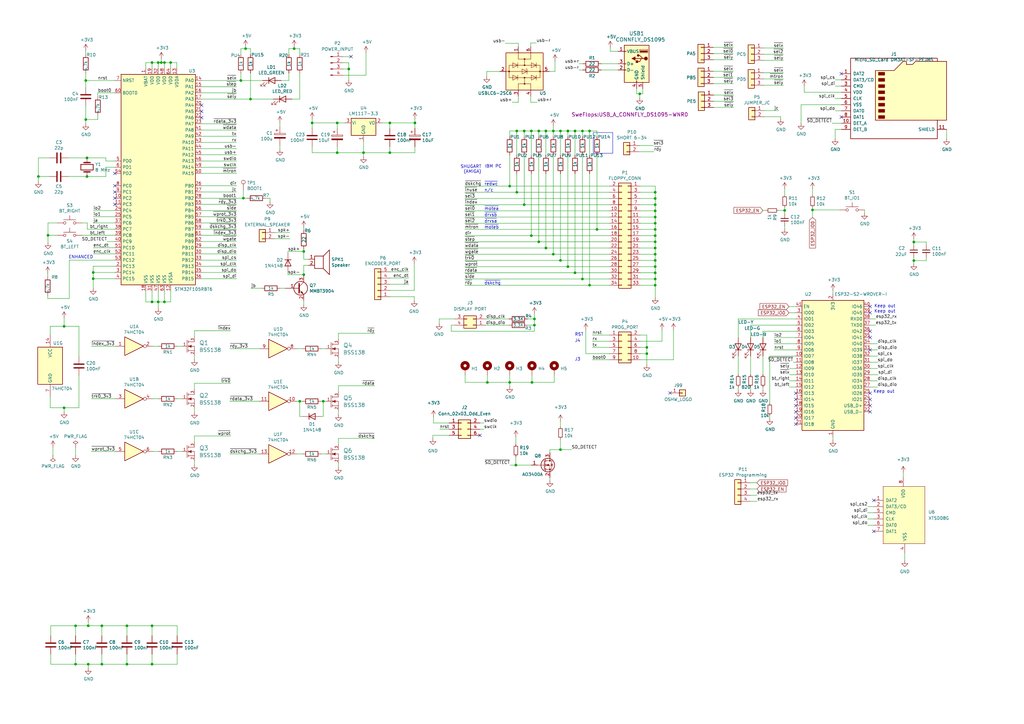
<source format=kicad_sch>
(kicad_sch (version 20230121) (generator eeschema)

  (uuid 6c7ae024-2559-4f5f-b740-5250220cff1a)

  (paper "A3")

  (title_block
    (title "SweFlops")
    (date "2023-09-24")
    (rev "1.03")
    (company "Sweproj")
    (comment 1 "Based on schematics by H.M")
    (comment 2 "Licensed under CERN OHL v.1.2")
  )

  

  (junction (at 62.357 25.654) (diameter 0) (color 0 0 0 0)
    (uuid 01d75d30-7990-4c3a-af1f-6bf32a706217)
  )
  (junction (at 226.949 104.267) (diameter 0) (color 0 0 0 0)
    (uuid 040066ea-c5fb-4e83-b7ca-14b455995f53)
  )
  (junction (at 38.227 111.76) (diameter 0) (color 0 0 0 0)
    (uuid 0c23ca9f-e1c0-4531-bb3b-0f7a889ef0a0)
  )
  (junction (at 223.901 53.721) (diameter 0) (color 0 0 0 0)
    (uuid 1054fc3d-6354-4441-a3f9-74f0473b5edd)
  )
  (junction (at 132.588 164.592) (diameter 0) (color 0 0 0 0)
    (uuid 18327814-d0c7-4e2c-a638-b87c9fa342ba)
  )
  (junction (at 100.711 19.939) (diameter 0) (color 0 0 0 0)
    (uuid 1af37b26-a42d-4153-b427-f2546d2dee0e)
  )
  (junction (at 374.8024 106.8832) (diameter 0) (color 0 0 0 0)
    (uuid 1b725126-2256-49c1-8363-945686b28f40)
  )
  (junction (at 35.687 64.77) (diameter 0) (color 0 0 0 0)
    (uuid 1c05fd3c-8586-44f3-ba54-5d4390a7862c)
  )
  (junction (at 268.732 78.867) (diameter 0) (color 0 0 0 0)
    (uuid 2079287e-f511-4528-b0cc-d1b6a83a0c0c)
  )
  (junction (at 124.587 103.124) (diameter 0) (color 0 0 0 0)
    (uuid 223ede11-4719-43e7-9667-6f998c9d6f37)
  )
  (junction (at 67.437 25.654) (diameter 0) (color 0 0 0 0)
    (uuid 260730b9-f078-48c0-8056-52fe112e6497)
  )
  (junction (at 265.303 142.494) (diameter 0) (color 0 0 0 0)
    (uuid 296a4fda-0ce3-44e6-a627-1f0a5e13c005)
  )
  (junction (at 262.382 38.481) (diameter 0) (color 0 0 0 0)
    (uuid 2c343d8c-fecb-4d29-8b31-b0b87d4bfccd)
  )
  (junction (at 15.748 72.39) (diameter 0) (color 0 0 0 0)
    (uuid 2e30c2e6-8718-4510-8a45-93d4fa0c1413)
  )
  (junction (at 64.897 123.825) (diameter 0) (color 0 0 0 0)
    (uuid 3651d252-7dec-4686-ba2f-dc85265c90d9)
  )
  (junction (at 35.687 72.39) (diameter 0) (color 0 0 0 0)
    (uuid 3d8aaf85-2e03-4e99-8a87-e210b3ee98f0)
  )
  (junction (at 143.0528 28.2956) (diameter 0) (color 0 0 0 0)
    (uuid 3decbd1f-c75c-46c8-a13c-91c6881b5cf4)
  )
  (junction (at 333.248 86.106) (diameter 0) (color 0 0 0 0)
    (uuid 3f12ace2-dc3e-463f-a57c-b8456a1d52d5)
  )
  (junction (at 122.936 164.592) (diameter 0) (color 0 0 0 0)
    (uuid 40814f7e-4ab7-4867-8498-f862833b9bb6)
  )
  (junction (at 199.898 156.845) (diameter 0) (color 0 0 0 0)
    (uuid 437d9c07-d106-4e21-a1bc-5410e515f21e)
  )
  (junction (at 268.732 101.727) (diameter 0) (color 0 0 0 0)
    (uuid 475ac029-3be1-4cd3-944b-24c3a6fe850c)
  )
  (junction (at 268.732 111.887) (diameter 0) (color 0 0 0 0)
    (uuid 4a5b02f8-6d24-4028-be0c-f7108772c19d)
  )
  (junction (at 209.042 156.845) (diameter 0) (color 0 0 0 0)
    (uuid 4a87e2fd-2593-495b-adf6-10364b4c72cf)
  )
  (junction (at 211.963 78.867) (diameter 0) (color 0 0 0 0)
    (uuid 4c5885c9-de95-40a8-9b9e-a407843a7c59)
  )
  (junction (at 241.808 116.967) (diameter 0) (color 0 0 0 0)
    (uuid 4d6a77f1-1c30-4eeb-9d53-42e68802c6fc)
  )
  (junction (at 64.897 25.654) (diameter 0) (color 0 0 0 0)
    (uuid 4ea1825a-419e-4dcd-9c7d-37f4139c72bb)
  )
  (junction (at 268.732 99.187) (diameter 0) (color 0 0 0 0)
    (uuid 51bd5573-4c97-4a0b-8e91-86f19072f235)
  )
  (junction (at 35.179 49.022) (diameter 0) (color 0 0 0 0)
    (uuid 57aeb026-9695-4ec9-aeb9-a71f9f7aaffc)
  )
  (junction (at 235.839 53.721) (diameter 0) (color 0 0 0 0)
    (uuid 5c1128a7-5823-44d7-be0a-d7b0e257ec62)
  )
  (junction (at 268.732 89.027) (diameter 0) (color 0 0 0 0)
    (uuid 5f1b9618-1dab-4268-a518-25dec293e17f)
  )
  (junction (at 232.918 109.347) (diameter 0) (color 0 0 0 0)
    (uuid 62f4a339-67f0-4122-8d00-cf9e3a52c588)
  )
  (junction (at 120.65 19.939) (diameter 0) (color 0 0 0 0)
    (uuid 69272744-c2b9-4cc7-91e5-7f2dcf25a2f3)
  )
  (junction (at 217.932 96.647) (diameter 0) (color 0 0 0 0)
    (uuid 6daf67a0-533b-4dde-86f4-ca0b8c40fb12)
  )
  (junction (at 102.743 40.64) (diameter 0) (color 0 0 0 0)
    (uuid 718f1ebe-4732-4a77-8a11-281170edc515)
  )
  (junction (at 268.732 104.267) (diameter 0) (color 0 0 0 0)
    (uuid 71923976-7ee1-414e-b56a-f923b0d6b595)
  )
  (junction (at 265.303 145.034) (diameter 0) (color 0 0 0 0)
    (uuid 7cd64188-766b-4f5d-b90d-1c25fa3cb010)
  )
  (junction (at 229.87 184.404) (diameter 0) (color 0 0 0 0)
    (uuid 7d270297-425c-4a9c-bce9-9cd0c0b7b101)
  )
  (junction (at 41.783 256.667) (diameter 0) (color 0 0 0 0)
    (uuid 7d334045-6688-44ed-80f3-1246a3165856)
  )
  (junction (at 124.587 112.649) (diameter 0) (color 0 0 0 0)
    (uuid 7f02c3e8-4012-4b3d-888a-0436d332e193)
  )
  (junction (at 67.437 123.825) (diameter 0) (color 0 0 0 0)
    (uuid 836fb985-8503-4531-9bde-db45d208821d)
  )
  (junction (at 98.806 33.02) (diameter 0) (color 0 0 0 0)
    (uuid 88a6e99f-ddee-44f5-879d-0e7c99f4b5f6)
  )
  (junction (at 52.07 272.415) (diameter 0) (color 0 0 0 0)
    (uuid 8a72e3ab-1dbe-433d-bdbe-f9b2ba4ac50e)
  )
  (junction (at 30.988 272.415) (diameter 0) (color 0 0 0 0)
    (uuid 8b376610-8dcb-4a55-bca7-c30db9af078c)
  )
  (junction (at 128.016 50.419) (diameter 0) (color 0 0 0 0)
    (uuid 9313f329-a951-429c-b53b-b012dd5ccb7a)
  )
  (junction (at 244.856 94.107) (diameter 0) (color 0 0 0 0)
    (uuid 959dc508-2399-48e6-a2bf-ac1e20809a96)
  )
  (junction (at 235.839 111.887) (diameter 0) (color 0 0 0 0)
    (uuid 9608eeab-b9bd-4e54-9776-749978ea055d)
  )
  (junction (at 374.8024 99.2632) (diameter 0) (color 0 0 0 0)
    (uuid 97369428-5d71-41e5-b9e1-e919cdb54e27)
  )
  (junction (at 268.732 106.807) (diameter 0) (color 0 0 0 0)
    (uuid 97ff7bcb-d4c0-4e16-9cd2-1ae936d5a745)
  )
  (junction (at 268.732 109.347) (diameter 0) (color 0 0 0 0)
    (uuid 9c19cf1b-7097-4b58-85a6-d9f8c32f363f)
  )
  (junction (at 35.179 33.02) (diameter 0) (color 0 0 0 0)
    (uuid a32c0df7-2f5e-4dd0-85de-3eb22bf1384c)
  )
  (junction (at 170.18 50.419) (diameter 0) (color 0 0 0 0)
    (uuid a4336e88-13ba-4122-b81c-bf04700c252a)
  )
  (junction (at 218.186 156.845) (diameter 0) (color 0 0 0 0)
    (uuid a5f91801-93a7-44bb-8067-44f3d8cafe9f)
  )
  (junction (at 268.732 114.427) (diameter 0) (color 0 0 0 0)
    (uuid a855221b-3fd2-4133-80d4-a6a02a20077d)
  )
  (junction (at 215.011 83.947) (diameter 0) (color 0 0 0 0)
    (uuid a92f5c0b-9175-4b21-891c-14027f4de620)
  )
  (junction (at 99.822 81.28) (diameter 0) (color 0 0 0 0)
    (uuid ade34edb-376c-4889-823c-5bbd13fc9f0b)
  )
  (junction (at 223.901 101.727) (diameter 0) (color 0 0 0 0)
    (uuid aec901c7-0061-4944-b8fc-49a8faba400a)
  )
  (junction (at 321.818 86.3092) (diameter 0) (color 0 0 0 0)
    (uuid afc8b8f4-7b6c-4e04-8376-99153bde66be)
  )
  (junction (at 220.98 99.187) (diameter 0) (color 0 0 0 0)
    (uuid b5df6ee1-f89f-40c7-970c-d17f0389850d)
  )
  (junction (at 219.202 133.35) (diameter 0) (color 0 0 0 0)
    (uuid b63614f2-f191-4acf-9f31-cbf7d22f12db)
  )
  (junction (at 226.949 53.721) (diameter 0) (color 0 0 0 0)
    (uuid b9a304f1-805d-4a4b-913c-102f464a6466)
  )
  (junction (at 211.963 53.721) (diameter 0) (color 0 0 0 0)
    (uuid bb1f2c79-0098-46b9-858b-b1455960fd95)
  )
  (junction (at 238.887 114.427) (diameter 0) (color 0 0 0 0)
    (uuid bca8a2ce-d92a-4d2f-8714-cda5898f2dc3)
  )
  (junction (at 26.289 133.858) (diameter 0) (color 0 0 0 0)
    (uuid bed24c39-e6a3-44bc-b476-ac3bd4edcebe)
  )
  (junction (at 38.227 114.3) (diameter 0) (color 0 0 0 0)
    (uuid bf880a4d-f631-4f99-a6ce-385a31430107)
  )
  (junction (at 209.042 76.327) (diameter 0) (color 0 0 0 0)
    (uuid c156114f-50f2-4d5e-ab42-94939ae30371)
  )
  (junction (at 159.893 62.611) (diameter 0) (color 0 0 0 0)
    (uuid c47da14a-734f-4041-b1c0-340ec490b34e)
  )
  (junction (at 62.357 123.825) (diameter 0) (color 0 0 0 0)
    (uuid c48105f2-f663-4f94-8e32-57800ea51f7e)
  )
  (junction (at 138.303 62.611) (diameter 0) (color 0 0 0 0)
    (uuid c58545ba-35f3-4fc6-93c7-5dfe9235537f)
  )
  (junction (at 268.732 96.647) (diameter 0) (color 0 0 0 0)
    (uuid ce0dc9ff-ec38-4373-808f-f9480d03c3b4)
  )
  (junction (at 238.887 53.721) (diameter 0) (color 0 0 0 0)
    (uuid cf6d16cf-e3cf-405b-811a-6c12354cd9ba)
  )
  (junction (at 219.202 130.81) (diameter 0) (color 0 0 0 0)
    (uuid d3317900-2632-4275-b89c-919625e3effe)
  )
  (junction (at 268.732 81.407) (diameter 0) (color 0 0 0 0)
    (uuid d3bc1d9c-d634-448f-83a9-ba160f4b37a2)
  )
  (junction (at 138.303 50.419) (diameter 0) (color 0 0 0 0)
    (uuid d4b5866b-4bc0-4884-9394-6ebb77805fa1)
  )
  (junction (at 268.732 83.947) (diameter 0) (color 0 0 0 0)
    (uuid d7fd33f8-a223-4dd7-87ee-a67b32f29388)
  )
  (junction (at 62.357 272.415) (diameter 0) (color 0 0 0 0)
    (uuid d8c5c510-7065-4203-b773-675c6dc75e42)
  )
  (junction (at 19.685 96.52) (diameter 0) (color 0 0 0 0)
    (uuid da222274-782b-4d9a-8f8f-355382176a06)
  )
  (junction (at 241.808 53.721) (diameter 0) (color 0 0 0 0)
    (uuid dc399673-66b3-4fc4-8183-18e0fdd6b65a)
  )
  (junction (at 232.918 53.721) (diameter 0) (color 0 0 0 0)
    (uuid dc6eea1a-5256-4f89-adcb-97a2976a685a)
  )
  (junction (at 41.783 272.415) (diameter 0) (color 0 0 0 0)
    (uuid deee69e7-cbc8-4ed4-817d-6228f02e627f)
  )
  (junction (at 268.732 91.567) (diameter 0) (color 0 0 0 0)
    (uuid df49f106-5954-47fe-a2e5-3c49fb3fb368)
  )
  (junction (at 62.357 256.667) (diameter 0) (color 0 0 0 0)
    (uuid dfbf417b-e98a-46b5-88d6-e8331779ebec)
  )
  (junction (at 30.988 256.667) (diameter 0) (color 0 0 0 0)
    (uuid dff531ec-5341-4317-9d46-b4c2ecfee490)
  )
  (junction (at 211.582 190.754) (diameter 0) (color 0 0 0 0)
    (uuid e0bd7b4c-ad7c-427e-b73d-2144d8435d61)
  )
  (junction (at 215.011 53.721) (diameter 0) (color 0 0 0 0)
    (uuid e169ff3a-9f78-441b-8c45-79974d783784)
  )
  (junction (at 36.195 256.667) (diameter 0) (color 0 0 0 0)
    (uuid e305d4b0-beeb-4350-b27f-4e4fe3d59f17)
  )
  (junction (at 26.289 167.259) (diameter 0) (color 0 0 0 0)
    (uuid e63dee55-0fab-49a9-8128-a6d0b871f4e3)
  )
  (junction (at 36.195 272.415) (diameter 0) (color 0 0 0 0)
    (uuid e6ba7a56-1a55-4b18-ad00-d563c40502ba)
  )
  (junction (at 69.977 25.654) (diameter 0) (color 0 0 0 0)
    (uuid e71eb050-7f34-45f1-ba43-8abb3c27924f)
  )
  (junction (at 159.893 50.419) (diameter 0) (color 0 0 0 0)
    (uuid e7c922e9-affe-4d13-8fce-eac0f1759b3c)
  )
  (junction (at 268.732 86.487) (diameter 0) (color 0 0 0 0)
    (uuid e7f7122f-9ce7-4488-9ddb-9a95d891cdf0)
  )
  (junction (at 220.98 53.721) (diameter 0) (color 0 0 0 0)
    (uuid ebf575a5-1389-41be-963d-33dcbe4a5247)
  )
  (junction (at 66.167 25.654) (diameter 0) (color 0 0 0 0)
    (uuid f09ee546-cef2-4255-b0c9-f5686073498e)
  )
  (junction (at 268.732 116.967) (diameter 0) (color 0 0 0 0)
    (uuid f217d5e7-d2af-4a0c-b7f0-1cc52c85f6e4)
  )
  (junction (at 217.932 53.721) (diameter 0) (color 0 0 0 0)
    (uuid f4175765-5de7-4183-9aa5-f6b37445dd35)
  )
  (junction (at 229.87 106.807) (diameter 0) (color 0 0 0 0)
    (uuid f4aed8a8-c15c-4467-8b62-ad218528e0a3)
  )
  (junction (at 268.732 94.107) (diameter 0) (color 0 0 0 0)
    (uuid f656ce91-9ecd-4f52-ad93-e84ee6edc4cd)
  )
  (junction (at 149.098 62.611) (diameter 0) (color 0 0 0 0)
    (uuid f8b2d9ae-aa0d-4b9a-84e5-39bf5ddce135)
  )
  (junction (at 52.07 256.667) (diameter 0) (color 0 0 0 0)
    (uuid ff908e4a-3e69-4a02-82f0-8affec637192)
  )
  (junction (at 229.87 53.721) (diameter 0) (color 0 0 0 0)
    (uuid ffcdc2da-2dd6-4861-b8e9-2fe0153717ff)
  )

  (no_connect (at 345.059 48.006) (uuid 01b9bf4a-5983-479a-8e72-e6419b0debcf))
  (no_connect (at 82.677 48.26) (uuid 07e13eea-8c65-4911-a99f-530ae1ebbc79))
  (no_connect (at 356.87 163.83) (uuid 0abd94a6-983a-499c-bd29-29c7116dbc5e))
  (no_connect (at 47.117 76.2) (uuid 0c10d070-63aa-4231-b2eb-4c2aa6df754c))
  (no_connect (at 326.39 171.45) (uuid 252dbabc-22a9-4fc7-81bf-4e8d223bf5bf))
  (no_connect (at 356.87 143.51) (uuid 2af14f92-54d7-4e8f-b084-aded616f1e99))
  (no_connect (at 143.9672 23.2156) (uuid 2b07a6ea-0732-4e0e-a614-77016c05e39a))
  (no_connect (at 345.059 30.226) (uuid 35efc9c9-8aee-43d8-9a62-1cb3001ed7c0))
  (no_connect (at 47.117 81.28) (uuid 3abbdb84-7b3f-4ffd-9c00-b7610323a9dc))
  (no_connect (at 356.87 161.29) (uuid 40d4fa98-d0dc-4c66-8888-3d29c65c9ed2))
  (no_connect (at 47.117 78.74) (uuid 4ce2168e-ef6b-40cc-9bdd-b009c2f1128f))
  (no_connect (at 356.87 166.37) (uuid 5869d949-f35d-45df-b1b5-2aabbec97aa4))
  (no_connect (at 356.87 168.91) (uuid 60f31ba4-13b8-46e2-9d76-21862c7b59ac))
  (no_connect (at 82.677 45.72) (uuid 6b0e836a-c7ee-489c-8378-761ae0700acb))
  (no_connect (at 356.87 125.73) (uuid 71900485-18be-48a5-bdca-b6d5f4d7d918))
  (no_connect (at 326.39 166.37) (uuid 721a5295-d762-40b0-ba34-275a7cf7a8a5))
  (no_connect (at 326.39 173.99) (uuid 741eb185-f944-4026-b436-0dd8fc04b990))
  (no_connect (at 326.39 163.83) (uuid 85613e89-1123-49e0-8ff2-3ad418717586))
  (no_connect (at 358.394 217.932) (uuid 8ed58362-d152-4b55-9810-3cfc8a98357a))
  (no_connect (at 82.677 43.18) (uuid 92b1ceb0-60b3-466a-beb6-0004e4b95f04))
  (no_connect (at 274.828 161.163) (uuid 973c59c4-356f-4904-a5e0-05dd4234af43))
  (no_connect (at 356.87 128.27) (uuid a7a3ee93-a745-4720-b3f3-b16ec5871925))
  (no_connect (at 326.39 168.91) (uuid a9a94e7c-42fa-40b4-a184-c209dbe1a9a0))
  (no_connect (at 196.85 178.562) (uuid ae128f4e-1d05-4bd5-93f7-c80cf642f794))
  (no_connect (at 358.394 205.232) (uuid ccff1d65-fc87-4837-944c-52309df61255))
  (no_connect (at 47.117 71.12) (uuid d7619367-5f4f-43fd-9c4c-fafef691b25b))
  (no_connect (at 356.87 138.43) (uuid dbdf7b2e-a55b-48b1-8bfc-6564474c0e31))
  (no_connect (at 326.39 161.29) (uuid e2efbed1-bc12-4d28-bc58-2212344dd8d2))
  (no_connect (at 47.117 83.82) (uuid e7861644-faca-4c14-80ab-776139bf8036))
  (no_connect (at 356.87 135.89) (uuid f6818d71-835c-4a2d-acbf-fa973393f169))

  (wire (pts (xy 98.806 19.939) (xy 100.711 19.939))
    (stroke (width 0) (type default))
    (uuid 00ac5a44-b4bd-4d2d-a683-781d189502c9)
  )
  (wire (pts (xy 227.33 156.845) (xy 227.33 153.797))
    (stroke (width 0) (type default))
    (uuid 017f37fc-cc63-4309-9bae-c6f890a226f7)
  )
  (wire (pts (xy 292.735 41.529) (xy 300.863 41.529))
    (stroke (width 0) (type default))
    (uuid 0194bf50-7dec-4ccf-9c68-af261a9277c3)
  )
  (wire (pts (xy 19.558 112.014) (xy 19.558 113.538))
    (stroke (width 0) (type default))
    (uuid 023de083-0402-4a0e-9f21-02e14341f49d)
  )
  (wire (pts (xy 307.848 146.05) (xy 307.848 153.67))
    (stroke (width 0) (type default))
    (uuid 025a103a-571c-4e20-afa5-12718deed72e)
  )
  (wire (pts (xy 215.011 56.007) (xy 215.011 53.721))
    (stroke (width 0) (type default))
    (uuid 028d9400-10ab-4cef-86e3-d7964c8b32be)
  )
  (wire (pts (xy 28.448 122.428) (xy 19.558 122.428))
    (stroke (width 0) (type default))
    (uuid 038dcb14-253f-405f-8cd9-edf677cdd1ed)
  )
  (wire (pts (xy 223.901 53.721) (xy 226.949 53.721))
    (stroke (width 0) (type default))
    (uuid 03e8f6c2-d30d-47b5-bb78-0139d13a5c2d)
  )
  (wire (pts (xy 47.117 109.22) (xy 38.227 109.22))
    (stroke (width 0) (type default))
    (uuid 03ece717-024c-45d1-bb4d-e94b35a0bfca)
  )
  (wire (pts (xy 20.574 137.287) (xy 20.574 133.858))
    (stroke (width 0) (type default))
    (uuid 0417b65e-e3ab-4504-bea2-e5287be3b9e2)
  )
  (wire (pts (xy 64.897 123.825) (xy 67.437 123.825))
    (stroke (width 0) (type default))
    (uuid 048de689-4a89-4ccd-b98f-831b8b15dc13)
  )
  (wire (pts (xy 19.685 96.52) (xy 19.685 99.568))
    (stroke (width 0) (type default))
    (uuid 04c98384-5b08-42ce-9601-a5c3a17f9b76)
  )
  (wire (pts (xy 47.117 106.68) (xy 28.448 106.68))
    (stroke (width 0) (type default))
    (uuid 04e22b05-e615-42f5-a542-8a599b56b0c4)
  )
  (wire (pts (xy 98.806 19.939) (xy 98.806 22.352))
    (stroke (width 0) (type default))
    (uuid 058b8a14-6d24-4848-a98d-2fa2cdc326bc)
  )
  (wire (pts (xy 374.8024 99.2632) (xy 379.8824 99.2632))
    (stroke (width 0) (type default))
    (uuid 064bb2f0-47cc-480f-bbf8-b8153aa80907)
  )
  (wire (pts (xy 38.227 109.22) (xy 38.227 111.76))
    (stroke (width 0) (type default))
    (uuid 06d8e0a3-2018-4ca4-9db9-72c9d0ccfe9a)
  )
  (wire (pts (xy 232.918 63.627) (xy 232.918 109.347))
    (stroke (width 0) (type default))
    (uuid 0741c380-f1d4-4b2b-84d2-0462118a270b)
  )
  (wire (pts (xy 143.0528 25.7556) (xy 143.0528 28.2956))
    (stroke (width 0) (type default))
    (uuid 075d7cdc-0ff8-4a79-b996-9bc2f7007a4a)
  )
  (wire (pts (xy 333.248 85.09) (xy 333.248 86.106))
    (stroke (width 0) (type default))
    (uuid 0766b80f-802d-47cb-98b7-882eb9885951)
  )
  (wire (pts (xy 323.596 125.73) (xy 326.39 125.73))
    (stroke (width 0) (type default))
    (uuid 08153fc9-5946-4eae-9140-850eec86776f)
  )
  (wire (pts (xy 115.316 33.02) (xy 118.491 33.02))
    (stroke (width 0) (type default))
    (uuid 08578bbd-da5a-4ee9-851f-2568287e68c3)
  )
  (wire (pts (xy 82.677 38.1) (xy 97.028 38.1))
    (stroke (width 0) (type default))
    (uuid 087bc2ea-2ef5-484e-ae9f-59b06d36de72)
  )
  (wire (pts (xy 35.179 29.972) (xy 35.179 33.02))
    (stroke (width 0) (type default))
    (uuid 087be6d3-f36d-44a7-a52e-d01a08b1c6c7)
  )
  (wire (pts (xy 98.806 33.02) (xy 107.696 33.02))
    (stroke (width 0) (type default))
    (uuid 08beb69e-41aa-42f8-9594-326d36ca9283)
  )
  (wire (pts (xy 229.87 180.086) (xy 229.87 184.404))
    (stroke (width 0) (type default))
    (uuid 097d8d98-338f-4798-8638-46a541b48b7b)
  )
  (wire (pts (xy 262.128 62.23) (xy 268.224 62.23))
    (stroke (width 0) (type default))
    (uuid 0a0639d1-d20b-46e8-8951-6ca1b6cacd26)
  )
  (wire (pts (xy 82.677 86.36) (xy 97.028 86.36))
    (stroke (width 0) (type default))
    (uuid 0afaaf78-8ee5-4322-8878-e342d61f8bbd)
  )
  (wire (pts (xy 79.756 178.816) (xy 94.615 178.816))
    (stroke (width 0) (type default))
    (uuid 0c4aae78-5639-4352-b306-6ad2fc0443cb)
  )
  (wire (pts (xy 106.426 143.002) (xy 94.234 143.002))
    (stroke (width 0) (type default))
    (uuid 0c65bc39-93db-49aa-8a79-8bc342f177d4)
  )
  (wire (pts (xy 35.687 72.39) (xy 27.94 72.39))
    (stroke (width 0) (type default))
    (uuid 0cc57e54-405b-4f3f-a6c4-17a5c09e93ac)
  )
  (wire (pts (xy 374.8024 97.9932) (xy 374.8024 99.2632))
    (stroke (width 0) (type default))
    (uuid 0cc9741f-1c06-460d-b2d6-be09a0503279)
  )
  (wire (pts (xy 149.098 58.039) (xy 149.098 62.611))
    (stroke (width 0) (type default))
    (uuid 0d6deea1-53e7-496c-b190-be1c2e7228b2)
  )
  (wire (pts (xy 211.963 78.867) (xy 249.936 78.867))
    (stroke (width 0) (type default))
    (uuid 0dbeb2fa-b8a3-41b1-889d-8305f200d943)
  )
  (wire (pts (xy 138.303 50.419) (xy 141.478 50.419))
    (stroke (width 0) (type default))
    (uuid 0e196f7a-9c53-419b-a64d-22b93e1125cb)
  )
  (wire (pts (xy 33.655 96.52) (xy 47.117 96.52))
    (stroke (width 0) (type default))
    (uuid 0e40e361-0930-424e-96d8-41607b889b58)
  )
  (wire (pts (xy 35.179 20.701) (xy 35.179 22.352))
    (stroke (width 0) (type default))
    (uuid 0e58a704-5c30-4fbf-acd4-323dbb622ea6)
  )
  (wire (pts (xy 268.732 96.647) (xy 268.732 99.187))
    (stroke (width 0) (type default))
    (uuid 0e91bae9-681e-49f6-bc31-a95adbda6022)
  )
  (wire (pts (xy 232.918 56.007) (xy 232.918 53.721))
    (stroke (width 0) (type default))
    (uuid 0f69b280-544b-419a-a25c-54622d3aaa1e)
  )
  (wire (pts (xy 124.587 103.124) (xy 124.587 106.299))
    (stroke (width 0) (type default))
    (uuid 0fbeb560-319a-4f51-a7de-0cdf77718aaf)
  )
  (wire (pts (xy 160.02 114.046) (xy 167.64 114.046))
    (stroke (width 0) (type default))
    (uuid 0fd78848-51c1-4633-8b1e-04626e2b62c0)
  )
  (wire (pts (xy 240.284 135.255) (xy 240.284 145.034))
    (stroke (width 0) (type default))
    (uuid 103029c5-3b52-49c9-a611-189315473a7f)
  )
  (wire (pts (xy 292.608 29.21) (xy 300.736 29.21))
    (stroke (width 0) (type default))
    (uuid 1097dec6-985d-4bf1-944b-a088cbd6d952)
  )
  (wire (pts (xy 26.289 133.858) (xy 26.289 130.429))
    (stroke (width 0) (type default))
    (uuid 109c0628-01b5-43ff-b198-9afa5f6efa79)
  )
  (wire (pts (xy 244.856 63.627) (xy 244.856 94.107))
    (stroke (width 0) (type default))
    (uuid 11186c4d-e5f8-469b-9c99-55907902fcad)
  )
  (wire (pts (xy 20.828 256.667) (xy 30.988 256.667))
    (stroke (width 0) (type default))
    (uuid 11894ccb-bff8-40c8-ba2a-557fb3f1e335)
  )
  (wire (pts (xy 82.677 35.56) (xy 97.028 35.56))
    (stroke (width 0) (type default))
    (uuid 118c0019-cbfb-48d2-9c0d-c4035f8a4fb4)
  )
  (wire (pts (xy 216.408 130.81) (xy 219.202 130.81))
    (stroke (width 0) (type default))
    (uuid 11a4747a-cf62-4518-bfab-a9bfdd30e79a)
  )
  (wire (pts (xy 112.649 97.917) (xy 118.872 97.917))
    (stroke (width 0) (type default))
    (uuid 11bf7fb4-087e-4335-82d7-fe4e1204ce5d)
  )
  (wire (pts (xy 119.761 40.64) (xy 122.936 40.64))
    (stroke (width 0) (type default))
    (uuid 1258305c-3d22-4bb9-af83-7fc47d36695d)
  )
  (wire (pts (xy 249.936 142.494) (xy 242.951 142.494))
    (stroke (width 0) (type default))
    (uuid 12d1cf1b-edaa-4571-8883-1aac71db4774)
  )
  (wire (pts (xy 138.303 60.198) (xy 138.303 62.611))
    (stroke (width 0) (type default))
    (uuid 13f0cc9d-677c-46a2-86ef-20440434559a)
  )
  (wire (pts (xy 262.636 81.407) (xy 268.732 81.407))
    (stroke (width 0) (type default))
    (uuid 13fc050b-9437-4f98-ba4e-ee3648d77e3a)
  )
  (wire (pts (xy 47.371 185.166) (xy 37.465 185.166))
    (stroke (width 0) (type default))
    (uuid 144774cd-65c4-4b3e-ade6-2bd17d52700f)
  )
  (wire (pts (xy 47.371 163.576) (xy 37.465 163.576))
    (stroke (width 0) (type default))
    (uuid 14718b7e-5b6b-4ef0-8cfb-9ae28ca97971)
  )
  (wire (pts (xy 262.636 101.727) (xy 268.732 101.727))
    (stroke (width 0) (type default))
    (uuid 154ffb85-f4d6-4321-8a16-208338aa4cc8)
  )
  (wire (pts (xy 32.385 133.858) (xy 32.385 146.304))
    (stroke (width 0) (type default))
    (uuid 15596a38-efe6-43e3-847c-a14ee5881713)
  )
  (wire (pts (xy 124.587 123.317) (xy 124.587 124.968))
    (stroke (width 0) (type default))
    (uuid 15881230-b19e-49c0-8586-fe7af4171e09)
  )
  (wire (pts (xy 102.743 29.972) (xy 102.743 40.64))
    (stroke (width 0) (type default))
    (uuid 15f15171-f944-4698-9cee-87efbf4fd289)
  )
  (wire (pts (xy 321.818 86.3092) (xy 321.818 87.5792))
    (stroke (width 0) (type default))
    (uuid 162e91e9-8d44-45b1-ae5d-be3bf5627435)
  )
  (wire (pts (xy 124.587 112.649) (xy 124.587 113.157))
    (stroke (width 0) (type default))
    (uuid 16f48916-851c-4ea1-b333-c8614f5f677f)
  )
  (wire (pts (xy 342.519 35.306) (xy 345.059 35.306))
    (stroke (width 0) (type default))
    (uuid 170793e9-0959-401a-8a6c-297058a8426c)
  )
  (wire (pts (xy 190.627 104.267) (xy 226.949 104.267))
    (stroke (width 0) (type default))
    (uuid 17338421-c80b-4afe-8049-e94078a93ccf)
  )
  (wire (pts (xy 79.756 135.636) (xy 94.615 135.636))
    (stroke (width 0) (type default))
    (uuid 17894fb3-67a3-4290-9b9a-272e17d9514a)
  )
  (wire (pts (xy 209.042 156.845) (xy 218.186 156.845))
    (stroke (width 0) (type default))
    (uuid 179ac700-65df-4a21-b388-3d1e9e7072b3)
  )
  (wire (pts (xy 190.627 106.807) (xy 229.87 106.807))
    (stroke (width 0) (type default))
    (uuid 1835f6f6-25a5-4cc1-8cec-af736f40d335)
  )
  (wire (pts (xy 122.936 164.592) (xy 124.079 164.592))
    (stroke (width 0) (type default))
    (uuid 18692cff-9cfc-4c8d-80f4-1190a996b99a)
  )
  (wire (pts (xy 138.811 179.832) (xy 153.67 179.832))
    (stroke (width 0) (type default))
    (uuid 1893b93e-c9c1-4043-9963-8474032b387d)
  )
  (wire (pts (xy 250.317 19.431) (xy 250.317 21.082))
    (stroke (width 0) (type default))
    (uuid 18d02189-5640-4c61-9ded-d58f1c4f06f5)
  )
  (wire (pts (xy 41.783 268.351) (xy 41.783 272.415))
    (stroke (width 0) (type default))
    (uuid 1923b193-8e99-4d3d-b741-430642d307fc)
  )
  (wire (pts (xy 249.936 137.414) (xy 242.951 137.414))
    (stroke (width 0) (type default))
    (uuid 1994c711-3aed-4aa5-ba4a-9a8d3c24b50d)
  )
  (wire (pts (xy 220.98 63.627) (xy 220.98 99.187))
    (stroke (width 0) (type default))
    (uuid 1a30d197-2314-4f43-9131-7879c8b84362)
  )
  (polyline (pts (xy 251.333 54.356) (xy 251.333 62.865))
    (stroke (width 0) (type default))
    (uuid 1a5e886c-c9ce-4177-8c26-e08a2dba131e)
  )

  (wire (pts (xy 100.711 19.939) (xy 102.743 19.939))
    (stroke (width 0) (type default))
    (uuid 1a8a4898-6593-46f1-8a3c-9bc7f8a20fd1)
  )
  (wire (pts (xy 190.754 156.845) (xy 199.898 156.845))
    (stroke (width 0) (type default))
    (uuid 1ac0c8be-8ac8-4b0a-b441-4f5a507187b7)
  )
  (wire (pts (xy 59.817 25.654) (xy 62.357 25.654))
    (stroke (width 0) (type default))
    (uuid 1b393618-dd7b-4a11-bd30-727e96266e53)
  )
  (wire (pts (xy 209.042 53.721) (xy 211.963 53.721))
    (stroke (width 0) (type default))
    (uuid 1b63dfcf-efb4-4123-b064-b4bc1bd57c39)
  )
  (wire (pts (xy 122.936 19.939) (xy 122.936 22.352))
    (stroke (width 0) (type default))
    (uuid 1b73509f-e494-4657-92ba-7262def26d0b)
  )
  (wire (pts (xy 244.856 94.107) (xy 249.936 94.107))
    (stroke (width 0) (type default))
    (uuid 1b8ee40e-257f-40ae-b3f1-d040a492cfd5)
  )
  (wire (pts (xy 212.598 41.9608) (xy 212.598 39.4716))
    (stroke (width 0) (type default))
    (uuid 1bb0e843-f8ba-4693-839b-12ba844ed65d)
  )
  (wire (pts (xy 209.042 56.007) (xy 209.042 53.721))
    (stroke (width 0) (type default))
    (uuid 1c8831de-e3d4-46b8-9de1-1aea7d461e5e)
  )
  (wire (pts (xy 30.988 272.415) (xy 36.195 272.415))
    (stroke (width 0) (type default))
    (uuid 1d31555c-aa76-4c97-bade-c9880678a3cd)
  )
  (wire (pts (xy 69.977 27.94) (xy 69.977 25.654))
    (stroke (width 0) (type default))
    (uuid 1d639301-e97e-4014-a9f2-0aac56d4605a)
  )
  (wire (pts (xy 313.182 34.925) (xy 321.31 34.925))
    (stroke (width 0) (type default))
    (uuid 1d776ba3-e4a0-4931-8777-60dd7223bf78)
  )
  (wire (pts (xy 241.808 53.721) (xy 244.856 53.721))
    (stroke (width 0) (type default))
    (uuid 1d90c28c-b8f4-4df0-9735-0de5f9a92fe5)
  )
  (wire (pts (xy 268.732 111.887) (xy 268.732 114.427))
    (stroke (width 0) (type default))
    (uuid 1decde92-6f1e-49d8-8293-680de64c39c6)
  )
  (wire (pts (xy 262.636 78.867) (xy 268.732 78.867))
    (stroke (width 0) (type default))
    (uuid 1e362956-8271-4be2-ac08-d0094455df6d)
  )
  (wire (pts (xy 82.677 68.58) (xy 97.028 68.58))
    (stroke (width 0) (type default))
    (uuid 1e6b919d-7204-4124-8ca8-80276f72be1b)
  )
  (wire (pts (xy 140.6652 28.2956) (xy 143.0528 28.2956))
    (stroke (width 0) (type default))
    (uuid 1eaf753d-9ad3-4e57-af4d-b86a308763b2)
  )
  (wire (pts (xy 268.732 114.427) (xy 268.732 116.967))
    (stroke (width 0) (type default))
    (uuid 1f0c334a-65d2-4eda-83a0-3f81665dbff2)
  )
  (wire (pts (xy 98.806 29.972) (xy 98.806 33.02))
    (stroke (width 0) (type default))
    (uuid 21a9a837-ea5d-4f37-8bcc-b5a31cef11c0)
  )
  (wire (pts (xy 313.182 22.225) (xy 321.31 22.225))
    (stroke (width 0) (type default))
    (uuid 21c5c974-8c28-4ecf-a0e5-cc592104a734)
  )
  (wire (pts (xy 159.893 52.578) (xy 159.893 50.419))
    (stroke (width 0) (type default))
    (uuid 221043b3-e21b-490d-af65-f03d3d517c43)
  )
  (wire (pts (xy 321.818 85.0392) (xy 321.818 86.3092))
    (stroke (width 0) (type default))
    (uuid 223de97c-9493-490d-bcd0-4b080a1a74a4)
  )
  (wire (pts (xy 36.195 256.667) (xy 41.783 256.667))
    (stroke (width 0) (type default))
    (uuid 23532228-6c69-48e5-9c7f-fdf0dae42512)
  )
  (wire (pts (xy 323.85 151.13) (xy 326.39 151.13))
    (stroke (width 0) (type default))
    (uuid 239f3b46-7247-4397-9bed-6ab8a6c6e6c1)
  )
  (wire (pts (xy 211.963 71.247) (xy 211.963 78.867))
    (stroke (width 0) (type default))
    (uuid 23a81b3f-4317-473c-91e6-17813dc83d72)
  )
  (wire (pts (xy 225.298 29.3116) (xy 227.6348 29.3116))
    (stroke (width 0) (type default))
    (uuid 23d97863-98c7-4065-a00f-03956d85067e)
  )
  (wire (pts (xy 67.437 25.654) (xy 69.977 25.654))
    (stroke (width 0) (type default))
    (uuid 24208d4e-1586-4e07-bf50-32e3f3718d5a)
  )
  (wire (pts (xy 268.732 86.487) (xy 268.732 89.027))
    (stroke (width 0) (type default))
    (uuid 2426dd32-19d6-41ac-9203-265a93cd31db)
  )
  (wire (pts (xy 371.094 226.822) (xy 371.094 229.87))
    (stroke (width 0) (type default))
    (uuid 2530174a-8b4d-4153-a1bf-0185ce4ebd4f)
  )
  (wire (pts (xy 72.644 163.576) (xy 74.676 163.576))
    (stroke (width 0) (type default))
    (uuid 25ddc17f-35ec-48ad-a3f7-7c82bf12085b)
  )
  (wire (pts (xy 138.811 146.812) (xy 138.811 148.463))
    (stroke (width 0) (type default))
    (uuid 25e66810-fe25-46b1-977d-85b692c7f9bd)
  )
  (wire (pts (xy 341.63 179.07) (xy 341.63 180.594))
    (stroke (width 0) (type default))
    (uuid 2725a769-202b-4cee-81c0-607d580a78d8)
  )
  (wire (pts (xy 69.977 119.38) (xy 69.977 123.825))
    (stroke (width 0) (type default))
    (uuid 27821498-bca2-41f7-bd1b-2e8d77b6866b)
  )
  (wire (pts (xy 190.627 89.027) (xy 249.936 89.027))
    (stroke (width 0) (type default))
    (uuid 27f582ed-84b3-493d-9252-5efb9895e1dd)
  )
  (wire (pts (xy 215.011 53.721) (xy 217.932 53.721))
    (stroke (width 0) (type default))
    (uuid 27fdde74-5820-4453-a2a0-460dd29c6578)
  )
  (wire (pts (xy 121.666 186.182) (xy 124.079 186.182))
    (stroke (width 0) (type default))
    (uuid 287012eb-452a-4f95-82b0-f3fe72b21ef2)
  )
  (wire (pts (xy 177.8 173.482) (xy 184.15 173.482))
    (stroke (width 0) (type default))
    (uuid 291df502-13f9-4ead-b92e-df39079eb113)
  )
  (wire (pts (xy 323.596 128.27) (xy 326.39 128.27))
    (stroke (width 0) (type default))
    (uuid 293095c9-3e0d-4638-8da3-fd74b00715e5)
  )
  (wire (pts (xy 315.722 146.05) (xy 315.722 165.354))
    (stroke (width 0) (type default))
    (uuid 293a6ee8-8d8d-44eb-8b52-9bc21a63742c)
  )
  (wire (pts (xy 226.949 53.721) (xy 226.949 56.007))
    (stroke (width 0) (type default))
    (uuid 297216de-c46f-42fc-a84a-77226ecc0423)
  )
  (wire (pts (xy 124.587 108.839) (xy 124.587 112.649))
    (stroke (width 0) (type default))
    (uuid 29aac837-8e84-4219-a456-42d6b9cc55de)
  )
  (wire (pts (xy 160.02 121.666) (xy 169.926 121.666))
    (stroke (width 0) (type default))
    (uuid 2a351177-5d7b-44c3-8543-775f40ca3072)
  )
  (wire (pts (xy 244.856 53.721) (xy 244.856 56.007))
    (stroke (width 0) (type default))
    (uuid 2a551494-f2b1-43c9-9b53-449cff925be0)
  )
  (wire (pts (xy 355.854 215.392) (xy 358.394 215.392))
    (stroke (width 0) (type default))
    (uuid 2a60d009-d976-4917-b4d7-6c76a41763fd)
  )
  (wire (pts (xy 292.608 21.971) (xy 300.736 21.971))
    (stroke (width 0) (type default))
    (uuid 2a79db7f-6313-4aee-84f6-26a34ff50707)
  )
  (wire (pts (xy 211.963 53.721) (xy 215.011 53.721))
    (stroke (width 0) (type default))
    (uuid 2a858da1-1901-4727-8ac0-1ad4002c0fc8)
  )
  (wire (pts (xy 36.195 255.016) (xy 36.195 256.667))
    (stroke (width 0) (type default))
    (uuid 2af8a7d5-11f7-4b0b-bd4f-05d1a457a5d2)
  )
  (wire (pts (xy 26.289 133.858) (xy 32.385 133.858))
    (stroke (width 0) (type default))
    (uuid 2b11516a-ff4a-41e1-a0db-3f53e668878f)
  )
  (wire (pts (xy 262.636 89.027) (xy 268.732 89.027))
    (stroke (width 0) (type default))
    (uuid 2b419b8c-a31b-49f8-b781-2de0a8f769c9)
  )
  (wire (pts (xy 220.98 56.007) (xy 220.98 53.721))
    (stroke (width 0) (type default))
    (uuid 2bba940d-3af3-4154-b70b-3bdc1234dc6f)
  )
  (wire (pts (xy 268.732 76.327) (xy 268.732 78.867))
    (stroke (width 0) (type default))
    (uuid 2be26e35-72db-4694-9d50-48245f5a187d)
  )
  (wire (pts (xy 124.587 102.108) (xy 124.587 103.124))
    (stroke (width 0) (type default))
    (uuid 2c37978b-c14a-4185-b210-f2b69698b74b)
  )
  (wire (pts (xy 220.98 53.721) (xy 223.901 53.721))
    (stroke (width 0) (type default))
    (uuid 2c8ab6fc-16e1-4548-a3b7-b92e662c2a6a)
  )
  (wire (pts (xy 229.87 63.627) (xy 229.87 53.721))
    (stroke (width 0) (type default))
    (uuid 2cbd7c2a-3fc3-48b8-b600-83d159d6e8bf)
  )
  (wire (pts (xy 47.117 33.02) (xy 35.179 33.02))
    (stroke (width 0) (type default))
    (uuid 2f0694f8-d6bc-40e5-b288-c15ade5f4725)
  )
  (wire (pts (xy 226.949 53.721) (xy 229.87 53.721))
    (stroke (width 0) (type default))
    (uuid 2f180fc5-042f-4276-9288-93553e81d27f)
  )
  (wire (pts (xy 82.677 93.98) (xy 97.028 93.98))
    (stroke (width 0) (type default))
    (uuid 2f484809-693d-45c5-967a-c45bcffa55ac)
  )
  (wire (pts (xy 40.132 49.022) (xy 35.179 49.022))
    (stroke (width 0) (type default))
    (uuid 2f526485-8a9b-48ad-a36a-dc653aa4e3c7)
  )
  (wire (pts (xy 307.848 133.35) (xy 307.848 138.43))
    (stroke (width 0) (type default))
    (uuid 2f77ce46-76e1-41ae-8a77-a836a78e85f1)
  )
  (wire (pts (xy 138.811 168.402) (xy 138.811 170.053))
    (stroke (width 0) (type default))
    (uuid 2f7b6c87-7a1c-4cd0-8489-0c4ba88f8fbb)
  )
  (wire (pts (xy 232.918 109.347) (xy 249.936 109.347))
    (stroke (width 0) (type default))
    (uuid 2fdc036b-51b7-4765-ae77-69905ddad1e3)
  )
  (wire (pts (xy 82.677 78.74) (xy 97.028 78.74))
    (stroke (width 0) (type default))
    (uuid 3093e660-b69a-4525-8b8d-40be3d33354c)
  )
  (wire (pts (xy 177.546 178.562) (xy 184.15 178.562))
    (stroke (width 0) (type default))
    (uuid 3118e761-5d88-478c-85a2-a3739ddedbd4)
  )
  (wire (pts (xy 210.058 41.9608) (xy 212.598 41.9608))
    (stroke (width 0) (type default))
    (uuid 317ae64c-0d91-4b99-a645-5dc2544bdfa2)
  )
  (wire (pts (xy 149.098 62.611) (xy 149.098 64.262))
    (stroke (width 0) (type default))
    (uuid 3208d4db-4bac-4439-8882-bdb9d291365c)
  )
  (wire (pts (xy 64.897 123.825) (xy 64.897 126.492))
    (stroke (width 0) (type default))
    (uuid 3214e1ea-1658-4057-9797-62894c44edde)
  )
  (wire (pts (xy 218.186 153.797) (xy 218.186 156.845))
    (stroke (width 0) (type default))
    (uuid 3299ec82-0c29-490d-906c-16db27b6f41a)
  )
  (wire (pts (xy 302.768 130.81) (xy 326.39 130.81))
    (stroke (width 0) (type default))
    (uuid 32e39499-d9b8-4696-b822-5a70a2d88290)
  )
  (wire (pts (xy 121.666 164.592) (xy 122.936 164.592))
    (stroke (width 0) (type default))
    (uuid 334ea891-11b9-4662-9390-c4d21015908a)
  )
  (wire (pts (xy 28.448 106.68) (xy 28.448 122.428))
    (stroke (width 0) (type default))
    (uuid 346ed3a5-4a19-4f9a-961d-0b2b9fc9db38)
  )
  (wire (pts (xy 268.732 109.347) (xy 268.732 111.887))
    (stroke (width 0) (type default))
    (uuid 34c1993d-b143-436d-9e87-db163e2a675b)
  )
  (wire (pts (xy 325.374 148.59) (xy 326.39 148.59))
    (stroke (width 0) (type default))
    (uuid 3510aa77-c4a5-4d50-b101-be07cc92f4c4)
  )
  (wire (pts (xy 209.042 153.797) (xy 209.042 156.845))
    (stroke (width 0) (type default))
    (uuid 3562137c-1274-45a0-a504-96c6643e7b97)
  )
  (wire (pts (xy 138.811 136.652) (xy 153.67 136.652))
    (stroke (width 0) (type default))
    (uuid 35f93c13-c9de-49c4-a29d-415b424b173e)
  )
  (wire (pts (xy 268.732 94.107) (xy 268.732 96.647))
    (stroke (width 0) (type default))
    (uuid 367ba447-d530-4e8c-bb75-379724913361)
  )
  (wire (pts (xy 52.07 256.667) (xy 62.357 256.667))
    (stroke (width 0) (type default))
    (uuid 37777044-a57b-4777-8c1a-2ce91a9076dd)
  )
  (wire (pts (xy 313.182 19.685) (xy 321.31 19.685))
    (stroke (width 0) (type default))
    (uuid 37a76ff5-4afa-4c98-9e29-0b07cdb8ebf1)
  )
  (wire (pts (xy 217.678 41.91) (xy 220.3704 41.91))
    (stroke (width 0) (type default))
    (uuid 39d1eaef-1223-4d75-a958-1ccfb78ef191)
  )
  (wire (pts (xy 226.949 104.267) (xy 249.936 104.267))
    (stroke (width 0) (type default))
    (uuid 3a46fe66-ca81-4711-be58-034207727b4e)
  )
  (wire (pts (xy 47.371 141.986) (xy 37.465 141.986))
    (stroke (width 0) (type default))
    (uuid 3b066db1-5b5a-4401-944f-574d5636a5ff)
  )
  (wire (pts (xy 138.811 160.782) (xy 138.811 158.242))
    (stroke (width 0) (type default))
    (uuid 3b16a288-3ff3-4c60-9824-66b2722a624f)
  )
  (wire (pts (xy 312.928 146.05) (xy 312.928 153.67))
    (stroke (width 0) (type default))
    (uuid 3b7aeab7-38a8-4497-81dd-3ac1880eccfe)
  )
  (wire (pts (xy 341.249 50.546) (xy 345.059 50.546))
    (stroke (width 0) (type default))
    (uuid 3c1b9356-5c8e-4c25-954e-b37bb984e44c)
  )
  (wire (pts (xy 356.87 140.97) (xy 359.918 140.97))
    (stroke (width 0) (type default))
    (uuid 3c4f34e7-1cf1-40e1-9f06-058eecf5336d)
  )
  (wire (pts (xy 138.811 189.992) (xy 138.811 191.643))
    (stroke (width 0) (type default))
    (uuid 3c6c0733-33db-44ad-acfa-2c644d68c7f1)
  )
  (wire (pts (xy 132.588 170.815) (xy 131.826 170.815))
    (stroke (width 0) (type default))
    (uuid 3caf6a20-dc42-4576-ad58-db95ca158f17)
  )
  (wire (pts (xy 262.636 111.887) (xy 268.732 111.887))
    (stroke (width 0) (type default))
    (uuid 3cc99bb9-c81c-427c-8a85-e4928b9810c4)
  )
  (wire (pts (xy 262.636 145.034) (xy 265.303 145.034))
    (stroke (width 0) (type default))
    (uuid 3dcf57cc-8db7-4f9d-9544-76bb93146412)
  )
  (wire (pts (xy 217.678 19.1516) (xy 217.678 17.6276))
    (stroke (width 0) (type default))
    (uuid 3df64caa-cdf8-4ada-a4d3-fa8aaa5c4955)
  )
  (wire (pts (xy 128.016 60.198) (xy 128.016 62.611))
    (stroke (width 0) (type default))
    (uuid 3f1821db-cec5-422a-a593-fa72242d4d7e)
  )
  (wire (pts (xy 180.34 176.022) (xy 184.15 176.022))
    (stroke (width 0) (type default))
    (uuid 3f5e2893-d3ba-479f-aeec-578cbe3495f8)
  )
  (wire (pts (xy 190.627 94.107) (xy 244.856 94.107))
    (stroke (width 0) (type default))
    (uuid 3f5fe2e7-b136-4b96-a244-e5b12daad0cf)
  )
  (wire (pts (xy 38.227 114.3) (xy 38.227 118.237))
    (stroke (width 0) (type default))
    (uuid 3f709f56-199a-43a0-97ae-34a51075de1f)
  )
  (wire (pts (xy 217.932 71.247) (xy 217.932 96.647))
    (stroke (width 0) (type default))
    (uuid 3faad8c1-5d8e-4a1a-aca9-54e03c125e64)
  )
  (wire (pts (xy 240.284 145.034) (xy 249.936 145.034))
    (stroke (width 0) (type default))
    (uuid 402cea14-e798-4e81-8a8b-51da1d1c9bf0)
  )
  (wire (pts (xy 268.732 116.967) (xy 268.732 122.047))
    (stroke (width 0) (type default))
    (uuid 4079f9ff-8acc-46dc-a8f0-6b579d053a25)
  )
  (wire (pts (xy 268.732 78.867) (xy 268.732 81.407))
    (stroke (width 0) (type default))
    (uuid 412eb4c0-258d-433b-b23c-78b4585474c9)
  )
  (wire (pts (xy 321.818 92.6592) (xy 321.818 93.9292))
    (stroke (width 0) (type default))
    (uuid 414e41de-0861-4b48-8670-e7fa42061e32)
  )
  (wire (pts (xy 185.1152 133.35) (xy 186.436 133.35))
    (stroke (width 0) (type default))
    (uuid 41c4f4f7-aaa9-4826-a59a-0c2efd5b2e19)
  )
  (wire (pts (xy 99.822 77.978) (xy 99.822 81.28))
    (stroke (width 0) (type default))
    (uuid 424e93d5-2699-41a7-bfac-b2185f5b6aee)
  )
  (wire (pts (xy 41.783 272.415) (xy 52.07 272.415))
    (stroke (width 0) (type default))
    (uuid 4312927b-1499-4c91-9ba2-95ede75c79ef)
  )
  (wire (pts (xy 114.935 118.237) (xy 116.967 118.237))
    (stroke (width 0) (type default))
    (uuid 43174058-7a96-4474-9573-229bf226a517)
  )
  (wire (pts (xy 223.901 71.247) (xy 223.901 101.727))
    (stroke (width 0) (type default))
    (uuid 4393e708-cc3b-4177-8457-b3e7116d62f8)
  )
  (wire (pts (xy 128.016 50.419) (xy 138.303 50.419))
    (stroke (width 0) (type default))
    (uuid 43ae7509-01c8-4a6a-9b76-dcd1c2b16112)
  )
  (wire (pts (xy 120.65 19.939) (xy 122.936 19.939))
    (stroke (width 0) (type default))
    (uuid 43e5760a-0f22-4516-ae19-c5bff5cc62a2)
  )
  (wire (pts (xy 217.932 96.647) (xy 249.936 96.647))
    (stroke (width 0) (type default))
    (uuid 4405557c-dee0-436b-8193-cc0d72ad6864)
  )
  (wire (pts (xy 170.18 62.611) (xy 170.18 60.198))
    (stroke (width 0) (type default))
    (uuid 44849e4c-4ec6-48d3-bdc4-a855eddbae10)
  )
  (wire (pts (xy 32.385 167.259) (xy 26.289 167.259))
    (stroke (width 0) (type default))
    (uuid 449d365b-4bf0-4f8b-b9e1-9f6ac8ff344f)
  )
  (wire (pts (xy 190.627 96.647) (xy 217.932 96.647))
    (stroke (width 0) (type default))
    (uuid 4537f70e-c4ee-42e5-8853-fbabe28d066e)
  )
  (wire (pts (xy 82.677 99.06) (xy 97.028 99.06))
    (stroke (width 0) (type default))
    (uuid 455ca02a-5b91-41c0-8dc0-94dde660e333)
  )
  (wire (pts (xy 47.117 91.44) (xy 38.227 91.44))
    (stroke (width 0) (type default))
    (uuid 4573c836-0884-4474-b9c0-4b1c48d6ac70)
  )
  (wire (pts (xy 219.202 130.81) (xy 219.202 133.35))
    (stroke (width 0) (type default))
    (uuid 45c42cb3-b5b1-46a0-9de2-2f1cf14e4b6e)
  )
  (wire (pts (xy 66.167 25.654) (xy 67.437 25.654))
    (stroke (width 0) (type default))
    (uuid 460498e8-fcc6-4b29-a62c-22f2cf3e04c9)
  )
  (wire (pts (xy 169.926 119.126) (xy 169.926 107.95))
    (stroke (width 0) (type default))
    (uuid 4681d309-3a39-4bd5-a571-dd1d2f8b4a00)
  )
  (wire (pts (xy 72.644 185.166) (xy 74.676 185.166))
    (stroke (width 0) (type default))
    (uuid 47178b0c-a30f-4f19-a789-8a6f14f8d963)
  )
  (wire (pts (xy 190.627 109.347) (xy 232.918 109.347))
    (stroke (width 0) (type default))
    (uuid 4787321d-a809-4c91-b1f7-4795be486ae2)
  )
  (wire (pts (xy 126.492 108.839) (xy 124.587 108.839))
    (stroke (width 0) (type default))
    (uuid 483c879e-608f-482b-ae30-53a5357da071)
  )
  (wire (pts (xy 138.303 62.611) (xy 149.098 62.611))
    (stroke (width 0) (type default))
    (uuid 48485d41-c901-4e8d-a49d-ea35d0f2de67)
  )
  (wire (pts (xy 326.39 140.97) (xy 317.5 140.97))
    (stroke (width 0) (type default))
    (uuid 499a8282-2569-4d07-bd9c-9069fb40a927)
  )
  (wire (pts (xy 190.627 91.567) (xy 249.936 91.567))
    (stroke (width 0) (type default))
    (uuid 4a87a7de-3df9-466e-b42d-ebd58a33b340)
  )
  (wire (pts (xy 211.582 179.197) (xy 211.582 182.245))
    (stroke (width 0) (type default))
    (uuid 4b201a77-6456-4047-b3af-179ccd6eadf1)
  )
  (wire (pts (xy 122.936 29.972) (xy 122.936 40.64))
    (stroke (width 0) (type default))
    (uuid 4b2b7fc8-18a0-4dc4-9a64-2334b2eeccdc)
  )
  (wire (pts (xy 241.808 71.247) (xy 241.808 116.967))
    (stroke (width 0) (type default))
    (uuid 4b77d25d-ce7b-44b3-8b66-278623e1b60f)
  )
  (wire (pts (xy 209.042 63.627) (xy 209.042 76.327))
    (stroke (width 0) (type default))
    (uuid 4bc07623-f534-462f-85e6-90676f6893be)
  )
  (wire (pts (xy 307.848 133.35) (xy 326.39 133.35))
    (stroke (width 0) (type default))
    (uuid 4bf42f45-6721-466e-ba26-ca363a6875d9)
  )
  (wire (pts (xy 307.6956 203.0984) (xy 310.4896 203.0984))
    (stroke (width 0) (type default))
    (uuid 4ccb00f5-5a8b-406e-8232-d99e61cac85d)
  )
  (wire (pts (xy 326.39 143.51) (xy 317.5 143.51))
    (stroke (width 0) (type default))
    (uuid 4ce8677b-814b-4122-ad62-ae97c120a334)
  )
  (wire (pts (xy 250.317 21.082) (xy 253.492 21.082))
    (stroke (width 0) (type default))
    (uuid 4d001b0b-737d-451b-9019-c6f730d1cc9b)
  )
  (wire (pts (xy 64.897 119.38) (xy 64.897 123.825))
    (stroke (width 0) (type default))
    (uuid 4d23379f-ec88-42c6-a080-86a52734b45c)
  )
  (wire (pts (xy 313.436 45.339) (xy 319.405 45.339))
    (stroke (width 0) (type default))
    (uuid 4d5adf2e-fa1e-4871-940d-5dd9d5cb3d13)
  )
  (wire (pts (xy 356.87 133.35) (xy 359.156 133.35))
    (stroke (width 0) (type default))
    (uuid 4de072f6-53ba-4dea-a0d8-7b45efab8569)
  )
  (wire (pts (xy 82.677 60.96) (xy 97.028 60.96))
    (stroke (width 0) (type default))
    (uuid 4eb40723-a33e-4b5c-b2ae-ae20693fc8e5)
  )
  (wire (pts (xy 79.756 159.766) (xy 79.756 157.226))
    (stroke (width 0) (type default))
    (uuid 4f6a21fc-0586-410c-bba7-1b0902e91daf)
  )
  (wire (pts (xy 262.636 83.947) (xy 268.732 83.947))
    (stroke (width 0) (type default))
    (uuid 4f7e16b1-732e-4b0a-aab2-bdf1a2097cee)
  )
  (wire (pts (xy 212.598 17.78) (xy 212.598 19.1516))
    (stroke (width 0) (type default))
    (uuid 4fcc4672-cbba-4563-8aaf-217fb9146ad5)
  )
  (wire (pts (xy 35.814 91.44) (xy 35.814 93.98))
    (stroke (width 0) (type default))
    (uuid 50a8ce2d-3735-46cf-9693-43e5c8a090e5)
  )
  (wire (pts (xy 229.87 106.807) (xy 249.936 106.807))
    (stroke (width 0) (type default))
    (uuid 535a0c23-d871-42a4-bd1c-5a144985fa5b)
  )
  (wire (pts (xy 118.11 112.649) (xy 124.587 112.649))
    (stroke (width 0) (type default))
    (uuid 535cf954-68c0-44d5-95a8-b5435299e9e6)
  )
  (wire (pts (xy 20.828 268.351) (xy 20.828 272.415))
    (stroke (width 0) (type default))
    (uuid 5376e6b7-eddc-4215-acba-d5749aea9922)
  )
  (wire (pts (xy 131.699 186.182) (xy 133.731 186.182))
    (stroke (width 0) (type default))
    (uuid 53eb914c-693d-4ef8-9015-178478a244a7)
  )
  (wire (pts (xy 43.942 99.06) (xy 47.117 99.06))
    (stroke (width 0) (type default))
    (uuid 54211a1b-f83b-4a37-98ce-38bebcea9701)
  )
  (wire (pts (xy 356.87 151.13) (xy 359.918 151.13))
    (stroke (width 0) (type default))
    (uuid 56ce201d-a3f5-4533-aeb7-b48058dde917)
  )
  (wire (pts (xy 35.179 35.814) (xy 35.179 33.02))
    (stroke (width 0) (type default))
    (uuid 576df308-853e-424c-9683-5162f9563205)
  )
  (wire (pts (xy 128.016 62.611) (xy 138.303 62.611))
    (stroke (width 0) (type default))
    (uuid 581f49ee-82ab-41ad-bd6e-d67effaf77ac)
  )
  (wire (pts (xy 246.634 26.162) (xy 253.492 26.162))
    (stroke (width 0) (type default))
    (uuid 58894d59-cb42-4fe1-b3bd-f83a0bf73414)
  )
  (wire (pts (xy 312.928 135.89) (xy 326.39 135.89))
    (stroke (width 0) (type default))
    (uuid 59241c1b-f7e1-42e8-9eda-277eb14a14f3)
  )
  (wire (pts (xy 262.382 38.481) (xy 262.382 40.132))
    (stroke (width 0) (type default))
    (uuid 59578f48-4ade-4c0c-8453-fa3942553069)
  )
  (wire (pts (xy 379.8824 99.2632) (xy 379.8824 100.5332))
    (stroke (width 0) (type default))
    (uuid 5a0a9012-d858-4985-b2ca-807488c0721b)
  )
  (wire (pts (xy 100.711 19.05) (xy 100.711 19.939))
    (stroke (width 0) (type default))
    (uuid 5a860c80-1ed4-4497-b42f-738a14b4ba9a)
  )
  (wire (pts (xy 43.434 66.04) (xy 47.117 66.04))
    (stroke (width 0) (type default))
    (uuid 5adba178-be59-4d1a-802e-3ef760b90bf3)
  )
  (wire (pts (xy 79.756 188.976) (xy 79.756 190.627))
    (stroke (width 0) (type default))
    (uuid 5ae16909-a4d1-4621-b960-289c0dbc13e1)
  )
  (wire (pts (xy 196.85 173.482) (xy 198.501 173.482))
    (stroke (width 0) (type default))
    (uuid 5b066e42-948d-4dc9-b784-72f71041d031)
  )
  (wire (pts (xy 118.11 112.649) (xy 118.11 111.633))
    (stroke (width 0) (type default))
    (uuid 5b0a299b-8357-44ce-b316-44bba2d28527)
  )
  (wire (pts (xy 15.748 72.39) (xy 15.748 74.422))
    (stroke (width 0) (type default))
    (uuid 5b5cc0b9-236c-4273-b847-de43f7889f88)
  )
  (wire (pts (xy 82.677 83.82) (xy 97.028 83.82))
    (stroke (width 0) (type default))
    (uuid 5b7788c4-dfaf-44e6-8bac-e5b45de0afe7)
  )
  (wire (pts (xy 302.768 158.75) (xy 302.768 160.02))
    (stroke (width 0) (type default))
    (uuid 5c276d87-cd7f-4b73-b3cd-bd7a222b45eb)
  )
  (wire (pts (xy 229.87 53.721) (xy 232.918 53.721))
    (stroke (width 0) (type default))
    (uuid 5d619491-9492-4ce4-95e4-21e74c249008)
  )
  (wire (pts (xy 262.636 106.807) (xy 268.732 106.807))
    (stroke (width 0) (type default))
    (uuid 5d8036d6-71e7-48b9-a2e2-84d1200b7221)
  )
  (wire (pts (xy 110.744 81.28) (xy 110.744 82.804))
    (stroke (width 0) (type default))
    (uuid 5de56bff-2f81-4417-bfef-ebc979f83a9f)
  )
  (wire (pts (xy 106.426 164.592) (xy 94.234 164.592))
    (stroke (width 0) (type default))
    (uuid 5e3cf650-d6b1-400e-a774-d7ee7b5b3f7c)
  )
  (wire (pts (xy 82.677 96.52) (xy 97.028 96.52))
    (stroke (width 0) (type default))
    (uuid 5e4a25d4-b689-40f9-990e-10243c073a52)
  )
  (wire (pts (xy 374.8024 105.6132) (xy 374.8024 106.8832))
    (stroke (width 0) (type default))
    (uuid 5e4bb8ca-1418-45d3-890f-817e59f6aaf0)
  )
  (wire (pts (xy 107.315 118.237) (xy 102.997 118.237))
    (stroke (width 0) (type default))
    (uuid 5e6d6fd3-c4cf-45c7-b67a-f5908d160fd6)
  )
  (wire (pts (xy 64.897 27.94) (xy 64.897 25.654))
    (stroke (width 0) (type default))
    (uuid 5f47dd18-d399-4cf8-a34c-1951cce34bb8)
  )
  (wire (pts (xy 292.735 44.069) (xy 300.863 44.069))
    (stroke (width 0) (type default))
    (uuid 5f4b8cf8-556d-4f26-bf71-5bc01a10f7a4)
  )
  (wire (pts (xy 30.988 256.667) (xy 36.195 256.667))
    (stroke (width 0) (type default))
    (uuid 5fb4ddaf-d3fc-4632-9a03-7608b9d92caf)
  )
  (wire (pts (xy 59.817 27.94) (xy 59.817 25.654))
    (stroke (width 0) (type default))
    (uuid 60ba9ccb-fb13-492a-ae23-56446c50e0e1)
  )
  (wire (pts (xy 217.932 53.721) (xy 220.98 53.721))
    (stroke (width 0) (type default))
    (uuid 60eff8e3-7fa8-4158-881c-598abe33c662)
  )
  (wire (pts (xy 263.652 38.481) (xy 263.652 36.322))
    (stroke (width 0) (type default))
    (uuid 60f4fda8-d526-4170-82a8-8eef3534c329)
  )
  (wire (pts (xy 62.357 256.667) (xy 62.357 260.731))
    (stroke (width 0) (type default))
    (uuid 60fa201f-ebec-46e0-a920-acc198a89123)
  )
  (wire (pts (xy 62.611 163.576) (xy 65.024 163.576))
    (stroke (width 0) (type default))
    (uuid 610ffb50-6fd9-41e3-bc2d-a6760cde936f)
  )
  (wire (pts (xy 82.677 50.8) (xy 97.028 50.8))
    (stroke (width 0) (type default))
    (uuid 619bb540-32a8-4d6e-9d23-f6c6e38c7882)
  )
  (wire (pts (xy 220.98 99.187) (xy 249.936 99.187))
    (stroke (width 0) (type default))
    (uuid 61cd9b8c-6c35-4834-a4a3-be8591896bb2)
  )
  (wire (pts (xy 190.627 101.727) (xy 223.901 101.727))
    (stroke (width 0) (type default))
    (uuid 61f87ab2-8a89-4d18-8784-511e058be4d4)
  )
  (wire (pts (xy 217.678 39.4716) (xy 217.678 41.91))
    (stroke (width 0) (type default))
    (uuid 61fd9775-bc6a-4758-b702-8b7f4fc63728)
  )
  (wire (pts (xy 333.248 86.106) (xy 344.424 86.106))
    (stroke (width 0) (type default))
    (uuid 625876a3-586f-484d-a535-06691c513b5c)
  )
  (wire (pts (xy 132.588 164.592) (xy 133.731 164.592))
    (stroke (width 0) (type default))
    (uuid 62b0ce6a-a6ae-49d4-9cf1-bd94d77cf589)
  )
  (wire (pts (xy 40.132 38.1) (xy 40.132 39.751))
    (stroke (width 0) (type default))
    (uuid 63c6e726-6d3b-4eaa-b99e-336f3549ca4d)
  )
  (wire (pts (xy 374.8024 106.8832) (xy 374.8024 108.1532))
    (stroke (width 0) (type default))
    (uuid 65b2d0fc-2e4e-48e3-9d69-17306ae8e571)
  )
  (wire (pts (xy 238.887 53.721) (xy 238.887 56.007))
    (stroke (width 0) (type default))
    (uuid 67302b35-e962-4321-99da-eba39429d578)
  )
  (wire (pts (xy 262.636 139.954) (xy 271.526 139.954))
    (stroke (width 0) (type default))
    (uuid 678434e5-5e8e-4bb9-ae96-eae001ba3cf7)
  )
  (wire (pts (xy 138.303 52.578) (xy 138.303 50.419))
    (stroke (width 0) (type default))
    (uuid 6787e3ef-f03c-43ae-a5e2-f04b22e09a0d)
  )
  (wire (pts (xy 229.87 71.247) (xy 229.87 106.807))
    (stroke (width 0) (type default))
    (uuid 68157ad1-a171-4fc7-93a4-70837c66bb29)
  )
  (wire (pts (xy 82.677 114.3) (xy 97.028 114.3))
    (stroke (width 0) (type default))
    (uuid 686f75c2-31d3-4058-8d62-5d2609a1316e)
  )
  (wire (pts (xy 329.819 37.846) (xy 345.059 37.846))
    (stroke (width 0) (type default))
    (uuid 68d9999d-9592-45ea-87bf-8390b2684c3a)
  )
  (wire (pts (xy 225.552 184.404) (xy 225.552 185.674))
    (stroke (width 0) (type default))
    (uuid 69f7d208-d8da-40a0-b3ea-8b73d69c7d61)
  )
  (wire (pts (xy 23.495 91.44) (xy 19.685 91.44))
    (stroke (width 0) (type default))
    (uuid 6aa1b666-dac1-4e6c-8860-4db4795d1f42)
  )
  (wire (pts (xy 262.636 94.107) (xy 268.732 94.107))
    (stroke (width 0) (type default))
    (uuid 6c4b35f3-7bd1-417e-bf6a-f9f9ace5f7ad)
  )
  (polyline (pts (xy 251.333 62.865) (xy 243.332 62.865))
    (stroke (width 0) (type default))
    (uuid 6c781fb0-1aae-4f1b-8ce5-3c01f6b8163c)
  )

  (wire (pts (xy 354.584 86.106) (xy 354.584 87.376))
    (stroke (width 0) (type default))
    (uuid 6cc45c78-5349-4c3e-a3f9-f15811cf0d6e)
  )
  (wire (pts (xy 356.87 146.05) (xy 359.918 146.05))
    (stroke (width 0) (type default))
    (uuid 6d47cbde-cac6-4d3b-bbe3-ca6529cd8c7e)
  )
  (wire (pts (xy 237.49 26.162) (xy 239.014 26.162))
    (stroke (width 0) (type default))
    (uuid 6d9f566d-24d9-4982-9e0c-7bda18c43513)
  )
  (wire (pts (xy 82.677 53.34) (xy 97.028 53.34))
    (stroke (width 0) (type default))
    (uuid 6e6eda48-5c4c-4e34-bb60-9a7d37bae300)
  )
  (wire (pts (xy 79.756 157.226) (xy 94.615 157.226))
    (stroke (width 0) (type default))
    (uuid 6ef952ad-f41c-455e-bb74-13b9d2b96310)
  )
  (wire (pts (xy 128.016 48.768) (xy 128.016 50.419))
    (stroke (width 0) (type default))
    (uuid 6f2b6ce9-e5ab-49c0-babe-e9dbb51b9c2b)
  )
  (wire (pts (xy 131.699 143.002) (xy 133.731 143.002))
    (stroke (width 0) (type default))
    (uuid 6f464db8-1d6e-4dbf-8fe7-e4cd01c65985)
  )
  (wire (pts (xy 235.839 53.721) (xy 238.887 53.721))
    (stroke (width 0) (type default))
    (uuid 6f597f37-65d5-4bec-b23c-e0e312269c19)
  )
  (wire (pts (xy 262.636 109.347) (xy 268.732 109.347))
    (stroke (width 0) (type default))
    (uuid 6f93c7a6-2c33-481d-b4aa-6bf2c4fe781c)
  )
  (wire (pts (xy 131.699 164.592) (xy 132.588 164.592))
    (stroke (width 0) (type default))
    (uuid 7035eef7-5fa0-40c8-b440-6289322a0751)
  )
  (wire (pts (xy 138.811 139.192) (xy 138.811 136.652))
    (stroke (width 0) (type default))
    (uuid 70715620-60f6-4397-8464-3986a248c1d6)
  )
  (wire (pts (xy 62.357 123.825) (xy 59.817 123.825))
    (stroke (width 0) (type default))
    (uuid 7215f5c5-d771-48fa-84c4-24f92ae76a66)
  )
  (wire (pts (xy 307.848 158.75) (xy 307.848 160.02))
    (stroke (width 0) (type default))
    (uuid 7301aac7-19c9-4584-9cd6-04796c6caabe)
  )
  (wire (pts (xy 159.893 60.198) (xy 159.893 62.611))
    (stroke (width 0) (type default))
    (uuid 7359a0fa-1456-4426-834c-af0d671cb0c3)
  )
  (wire (pts (xy 160.02 119.126) (xy 169.926 119.126))
    (stroke (width 0) (type default))
    (uuid 73940720-8f43-499e-8240-e6a37138c9cf)
  )
  (wire (pts (xy 62.357 119.38) (xy 62.357 123.825))
    (stroke (width 0) (type default))
    (uuid 7401beae-f3ac-475f-9ad1-cc3598954327)
  )
  (wire (pts (xy 19.558 121.158) (xy 19.558 122.428))
    (stroke (width 0) (type default))
    (uuid 74185cc4-0a02-4a04-b94a-224e80f180f4)
  )
  (wire (pts (xy 292.608 31.75) (xy 300.736 31.75))
    (stroke (width 0) (type default))
    (uuid 74ad1f93-b8bf-49d5-baac-c00eeeea72f5)
  )
  (wire (pts (xy 237.49 28.702) (xy 239.014 28.702))
    (stroke (width 0) (type default))
    (uuid 75b5133c-1268-4170-844f-bef83da6a3ac)
  )
  (wire (pts (xy 159.893 62.611) (xy 170.18 62.611))
    (stroke (width 0) (type default))
    (uuid 76aa7484-24d2-43e9-9b6a-8d094fe64949)
  )
  (wire (pts (xy 177.8 170.942) (xy 177.8 173.482))
    (stroke (width 0) (type default))
    (uuid 77289029-1a3d-473b-a93a-285e2d75390a)
  )
  (wire (pts (xy 235.839 71.247) (xy 235.839 111.887))
    (stroke (width 0) (type default))
    (uuid 778c32d6-d132-412c-afe7-47a5fd00c0a3)
  )
  (wire (pts (xy 313.182 24.765) (xy 321.31 24.765))
    (stroke (width 0) (type default))
    (uuid 786b6409-d136-4c7a-b05a-15430e8e6ff9)
  )
  (wire (pts (xy 82.677 101.6) (xy 97.028 101.6))
    (stroke (width 0) (type default))
    (uuid 786fa44a-090f-4f1f-9e51-58aba064fc6a)
  )
  (wire (pts (xy 180.1368 130.81) (xy 186.436 130.81))
    (stroke (width 0) (type default))
    (uuid 789acc94-ac0a-43f5-aa23-99449082710a)
  )
  (wire (pts (xy 121.666 143.002) (xy 124.079 143.002))
    (stroke (width 0) (type default))
    (uuid 78ef5bc2-6525-43f1-a1bf-b0efdcfcd0dd)
  )
  (wire (pts (xy 47.117 88.9) (xy 38.227 88.9))
    (stroke (width 0) (type default))
    (uuid 795ee86e-1187-433a-acea-f01974807545)
  )
  (wire (pts (xy 315.722 170.434) (xy 315.722 171.704))
    (stroke (width 0) (type default))
    (uuid 7968f893-919f-4eec-bbca-9c735cc2acc7)
  )
  (wire (pts (xy 388.239 53.086) (xy 388.239 56.896))
    (stroke (width 0) (type default))
    (uuid 79b6d0c2-ca15-4930-898e-116feb6a034a)
  )
  (wire (pts (xy 246.634 28.702) (xy 253.492 28.702))
    (stroke (width 0) (type default))
    (uuid 7a3df93a-0a16-4af6-b154-5625436c635f)
  )
  (wire (pts (xy 43.434 68.58) (xy 43.434 72.39))
    (stroke (width 0) (type default))
    (uuid 7a408401-d2cb-4ea8-ab31-10d8b7ab900e)
  )
  (wire (pts (xy 190.627 78.867) (xy 211.963 78.867))
    (stroke (width 0) (type default))
    (uuid 7a4e49b8-94a2-45fa-93d0-bf41fdb3ee45)
  )
  (wire (pts (xy 67.437 27.94) (xy 67.437 25.654))
    (stroke (width 0) (type default))
    (uuid 7ad94457-58e0-4a39-ae0e-d0c71e7be827)
  )
  (wire (pts (xy 323.85 153.67) (xy 326.39 153.67))
    (stroke (width 0) (type default))
    (uuid 7ae8787f-a91c-4f29-af64-9f40e6eb8d50)
  )
  (wire (pts (xy 268.732 83.947) (xy 268.732 86.487))
    (stroke (width 0) (type default))
    (uuid 7b36a038-9dea-4cda-93fd-914248192459)
  )
  (wire (pts (xy 190.627 76.327) (xy 209.042 76.327))
    (stroke (width 0) (type default))
    (uuid 7b7d87ae-7f12-42f5-aead-b9cfc8159eaf)
  )
  (wire (pts (xy 35.814 93.98) (xy 47.117 93.98))
    (stroke (width 0) (type default))
    (uuid 7c341459-4b42-4f98-a969-1619ebf0b14a)
  )
  (wire (pts (xy 333.248 86.106) (xy 333.248 89.154))
    (stroke (width 0) (type default))
    (uuid 7c515925-dac6-4f27-a312-3e1467c50ec4)
  )
  (wire (pts (xy 112.649 95.377) (xy 118.872 95.377))
    (stroke (width 0) (type default))
    (uuid 7d55fa47-84ed-4c35-bb96-7963e2000635)
  )
  (wire (pts (xy 262.128 59.69) (xy 267.97 59.69))
    (stroke (width 0) (type default))
    (uuid 7ef799f0-dea0-4dd2-a239-4a50944637a8)
  )
  (wire (pts (xy 43.434 64.77) (xy 43.434 66.04))
    (stroke (width 0) (type default))
    (uuid 7f395110-a820-4d7f-a0c9-20fc13294dd2)
  )
  (wire (pts (xy 326.39 138.43) (xy 317.5 138.43))
    (stroke (width 0) (type default))
    (uuid 7f83e197-1463-4836-9c15-6d141cb41709)
  )
  (wire (pts (xy 26.289 167.259) (xy 20.574 167.259))
    (stroke (width 0) (type default))
    (uuid 826abcdb-e936-4856-8184-70cbcc71aae8)
  )
  (wire (pts (xy 47.117 38.1) (xy 40.132 38.1))
    (stroke (width 0) (type default))
    (uuid 82909af3-08f7-44d0-a780-79daeadd829e)
  )
  (wire (pts (xy 356.87 153.67) (xy 360.172 153.67))
    (stroke (width 0) (type default))
    (uuid 82952c5b-11d4-4476-9a19-5015addc9fc0)
  )
  (wire (pts (xy 261.112 36.322) (xy 261.112 38.481))
    (stroke (width 0) (type default))
    (uuid 82c51d80-538d-442c-922e-21d02168c4ac)
  )
  (wire (pts (xy 190.627 116.967) (xy 241.808 116.967))
    (stroke (width 0) (type default))
    (uuid 837a02b0-b4c8-4c20-be14-970b80ee54bb)
  )
  (wire (pts (xy 82.677 88.9) (xy 97.028 88.9))
    (stroke (width 0) (type default))
    (uuid 84673749-7a0e-45ce-b158-d747b47fea28)
  )
  (wire (pts (xy 82.677 71.12) (xy 97.028 71.12))
    (stroke (width 0) (type default))
    (uuid 85300361-a556-4038-b5a5-733eb692b62b)
  )
  (wire (pts (xy 35.179 49.022) (xy 35.179 50.8))
    (stroke (width 0) (type default))
    (uuid 85796ea1-cdf3-4a36-abbc-8482a61c1bac)
  )
  (wire (pts (xy 102.743 40.64) (xy 112.141 40.64))
    (stroke (width 0) (type default))
    (uuid 86ad2043-e38d-4238-b4c7-6d3423a5ead7)
  )
  (wire (pts (xy 114.808 59.563) (xy 114.808 61.214))
    (stroke (width 0) (type default))
    (uuid 86df4059-e634-44f1-b04f-fd7c569fdc78)
  )
  (wire (pts (xy 82.677 106.68) (xy 97.028 106.68))
    (stroke (width 0) (type default))
    (uuid 87533587-f323-48d8-9608-aac8ba84d945)
  )
  (wire (pts (xy 320.167 47.879) (xy 320.167 48.768))
    (stroke (width 0) (type default))
    (uuid 88b4d6d8-6f11-4d14-af0d-9825b1e3f995)
  )
  (wire (pts (xy 218.186 156.845) (xy 227.33 156.845))
    (stroke (width 0) (type default))
    (uuid 899f1e82-2fe7-4e3a-9c84-f161e30bb485)
  )
  (wire (pts (xy 38.227 111.76) (xy 38.227 114.3))
    (stroke (width 0) (type default))
    (uuid 89f01034-594f-4938-afb4-99795eae4a2b)
  )
  (wire (pts (xy 20.574 167.259) (xy 20.574 162.687))
    (stroke (width 0) (type default))
    (uuid 8a92d3b6-a7d5-4e55-a30b-5bddf9387667)
  )
  (wire (pts (xy 82.677 55.88) (xy 97.028 55.88))
    (stroke (width 0) (type default))
    (uuid 8ad1f509-8e70-4e25-8171-47c0029cc092)
  )
  (wire (pts (xy 379.8824 106.8832) (xy 379.8824 105.6132))
    (stroke (width 0) (type default))
    (uuid 8b44b4b7-4c9d-45a2-b100-189b3ccec6b0)
  )
  (wire (pts (xy 329.819 35.306) (xy 329.819 37.846))
    (stroke (width 0) (type default))
    (uuid 8b75ae83-ded0-491a-a89b-e4bbf598bad5)
  )
  (wire (pts (xy 355.854 207.772) (xy 358.394 207.772))
    (stroke (width 0) (type default))
    (uuid 8d167930-4284-4056-9370-587d5d0e9882)
  )
  (wire (pts (xy 20.32 72.39) (xy 15.748 72.39))
    (stroke (width 0) (type default))
    (uuid 8e9a0752-c329-4eeb-9c41-c8da56689e25)
  )
  (wire (pts (xy 356.87 143.51) (xy 359.918 143.51))
    (stroke (width 0) (type default))
    (uuid 8fafa48d-5ff0-4f39-8722-cf97eb91f4d1)
  )
  (wire (pts (xy 262.636 86.487) (xy 268.732 86.487))
    (stroke (width 0) (type default))
    (uuid 8fd254f1-5c16-455c-bd25-b015a2d83ba5)
  )
  (wire (pts (xy 370.459 193.802) (xy 370.459 195.707))
    (stroke (width 0) (type default))
    (uuid 91bd2614-fcc7-4999-9381-bae19d3cf2e4)
  )
  (wire (pts (xy 262.636 96.647) (xy 268.732 96.647))
    (stroke (width 0) (type default))
    (uuid 924ee1d8-0c28-414a-aaa2-86b651bac845)
  )
  (wire (pts (xy 276.225 135.255) (xy 276.225 147.574))
    (stroke (width 0) (type default))
    (uuid 9283a185-bced-430c-878f-90b9def4be64)
  )
  (wire (pts (xy 79.756 138.176) (xy 79.756 135.636))
    (stroke (width 0) (type default))
    (uuid 928fe411-fe7a-4298-8647-c5b40ddb12d3)
  )
  (wire (pts (xy 69.977 25.654) (xy 72.517 25.654))
    (stroke (width 0) (type default))
    (uuid 92aff280-d8df-40df-acdf-a109f98dc84f)
  )
  (wire (pts (xy 217.932 63.627) (xy 217.932 53.721))
    (stroke (width 0) (type default))
    (uuid 92db9c05-f48f-4aeb-b1f9-674851120ace)
  )
  (wire (pts (xy 140.6652 23.2156) (xy 143.9672 23.2156))
    (stroke (width 0) (type default))
    (uuid 9394c550-acb3-4902-aad7-768ac39f3114)
  )
  (wire (pts (xy 159.893 50.419) (xy 156.718 50.419))
    (stroke (width 0) (type default))
    (uuid 93f95a72-6bf3-432b-bed0-9db479fa563d)
  )
  (wire (pts (xy 276.225 147.574) (xy 262.636 147.574))
    (stroke (width 0) (type default))
    (uuid 95495dfc-d54a-4c2a-adb8-a7657c4a307b)
  )
  (wire (pts (xy 209.169 190.754) (xy 211.582 190.754))
    (stroke (width 0) (type default))
    (uuid 95e46f67-1a45-4ba7-90b9-2b53813d6069)
  )
  (wire (pts (xy 262.636 137.414) (xy 265.303 137.414))
    (stroke (width 0) (type default))
    (uuid 95f112ec-c6c2-47e2-b040-56496e2afa8a)
  )
  (wire (pts (xy 215.011 63.627) (xy 215.011 83.947))
    (stroke (width 0) (type default))
    (uuid 969c3bea-8054-4e8b-90dd-6db9b73871f8)
  )
  (wire (pts (xy 312.928 158.75) (xy 312.928 160.02))
    (stroke (width 0) (type default))
    (uuid 969d8885-e365-4875-80d9-f51d3013b0be)
  )
  (wire (pts (xy 82.677 104.14) (xy 97.028 104.14))
    (stroke (width 0) (type default))
    (uuid 96be494a-5ae6-4e9a-b7fa-de6f40a28c90)
  )
  (wire (pts (xy 66.167 24.003) (xy 66.167 25.654))
    (stroke (width 0) (type default))
    (uuid 9839e8d7-c5da-47ee-9721-1221ca793371)
  )
  (wire (pts (xy 374.8024 99.2632) (xy 374.8024 100.5332))
    (stroke (width 0) (type default))
    (uuid 98403653-f20f-4588-a44e-25c6ef8a2e35)
  )
  (wire (pts (xy 238.887 63.627) (xy 238.887 114.427))
    (stroke (width 0) (type default))
    (uuid 990626b8-4aa9-43d7-a3f3-4561d115dee1)
  )
  (wire (pts (xy 69.977 123.825) (xy 67.437 123.825))
    (stroke (width 0) (type default))
    (uuid 99cb8cd8-8707-4b9f-82ff-6a7a3675b5ed)
  )
  (wire (pts (xy 262.636 104.267) (xy 268.732 104.267))
    (stroke (width 0) (type default))
    (uuid 99eb9001-ce8c-4e5b-9a1b-9eb1d8583222)
  )
  (wire (pts (xy 132.588 164.592) (xy 132.588 170.815))
    (stroke (width 0) (type default))
    (uuid 9ad80cf0-03a5-4808-bb78-2a860d2d9b22)
  )
  (polyline (pts (xy 243.332 54.356) (xy 251.333 54.356))
    (stroke (width 0) (type default))
    (uuid 9b58b1e3-b6d0-4f48-a94e-4926a2b981ee)
  )

  (wire (pts (xy 169.926 121.666) (xy 169.926 123.317))
    (stroke (width 0) (type default))
    (uuid 9b859ed3-bfbe-4c2b-bd0c-3af32b9370df)
  )
  (wire (pts (xy 124.587 94.488) (xy 124.587 93.218))
    (stroke (width 0) (type default))
    (uuid 9c9f0562-6ad5-491d-99eb-2f6edc787723)
  )
  (wire (pts (xy 199.136 133.35) (xy 208.788 133.35))
    (stroke (width 0) (type default))
    (uuid 9ca8b6df-5869-4687-a612-a92cf509d75f)
  )
  (wire (pts (xy 356.87 148.59) (xy 359.918 148.59))
    (stroke (width 0) (type default))
    (uuid 9d3b61cd-97f7-400a-a81c-b1d72f9af147)
  )
  (wire (pts (xy 47.117 101.6) (xy 38.227 101.6))
    (stroke (width 0) (type default))
    (uuid 9d3c4176-2e11-4573-9e75-e927f90dd5b2)
  )
  (wire (pts (xy 62.357 123.825) (xy 64.897 123.825))
    (stroke (width 0) (type default))
    (uuid 9e60a9e9-fb4b-4679-b3b8-ddce9b08e65e)
  )
  (wire (pts (xy 190.754 153.797) (xy 190.754 156.845))
    (stroke (width 0) (type default))
    (uuid 9e6d22db-2259-4033-9d95-00ef1b44c318)
  )
  (wire (pts (xy 33.655 91.44) (xy 35.814 91.44))
    (stroke (width 0) (type default))
    (uuid 9ebc85b1-133e-4870-9803-d381c729893b)
  )
  (wire (pts (xy 62.357 27.94) (xy 62.357 25.654))
    (stroke (width 0) (type default))
    (uuid 9f1eace0-27fa-48ea-99d1-2fba50df69a8)
  )
  (wire (pts (xy 20.828 272.415) (xy 30.988 272.415))
    (stroke (width 0) (type default))
    (uuid a0f5f109-5b2f-435f-8227-ee43fcc705c8)
  )
  (wire (pts (xy 292.608 24.511) (xy 300.736 24.511))
    (stroke (width 0) (type default))
    (uuid a1668b45-1cb7-4ab4-977e-f94112d7e6a3)
  )
  (wire (pts (xy 170.18 48.768) (xy 170.18 50.419))
    (stroke (width 0) (type default))
    (uuid a275ed31-633d-4011-a59f-612e24601ff9)
  )
  (wire (pts (xy 170.18 50.419) (xy 159.893 50.419))
    (stroke (width 0) (type default))
    (uuid a280febc-e0a0-4a85-8cad-f5f36e6d5370)
  )
  (wire (pts (xy 26.289 167.259) (xy 26.289 168.91))
    (stroke (width 0) (type default))
    (uuid a4084d04-5a32-40fd-9d43-0caf6fce96ff)
  )
  (wire (pts (xy 292.608 19.431) (xy 300.736 19.431))
    (stroke (width 0) (type default))
    (uuid a4139ec1-05f3-4cd3-b8fb-e1084f611476)
  )
  (wire (pts (xy 229.87 184.404) (xy 234.442 184.404))
    (stroke (width 0) (type default))
    (uuid a477f480-8d9e-4c89-acba-d348e95290fd)
  )
  (wire (pts (xy 342.519 45.466) (xy 345.059 45.466))
    (stroke (width 0) (type default))
    (uuid a48c06cb-b710-4635-9bf8-f9a146c16d03)
  )
  (wire (pts (xy 120.65 19.05) (xy 120.65 19.939))
    (stroke (width 0) (type default))
    (uuid a4cba392-7e95-4ce6-a4a1-ed8f771ea8bc)
  )
  (wire (pts (xy 226.949 51.562) (xy 226.949 53.721))
    (stroke (width 0) (type default))
    (uuid a7ff85be-1ceb-4fbf-b59d-f23dad2928da)
  )
  (wire (pts (xy 20.828 260.731) (xy 20.828 256.667))
    (stroke (width 0) (type default))
    (uuid a8156ed3-8bf2-467b-84f2-28f64362f771)
  )
  (wire (pts (xy 20.32 64.77) (xy 15.748 64.77))
    (stroke (width 0) (type default))
    (uuid a863e231-38cb-4a01-891e-85025e1b452c)
  )
  (wire (pts (xy 20.574 133.858) (xy 26.289 133.858))
    (stroke (width 0) (type default))
    (uuid a8f620b2-f4ec-4144-98f4-12e57e62f109)
  )
  (wire (pts (xy 215.011 83.947) (xy 249.936 83.947))
    (stroke (width 0) (type default))
    (uuid a9b376e5-c179-429c-88b9-c4944db76663)
  )
  (wire (pts (xy 333.248 77.47) (xy 333.248 80.01))
    (stroke (width 0) (type default))
    (uuid a9e4bc52-30da-4a31-951b-5d6ddeac7c4d)
  )
  (wire (pts (xy 262.636 76.327) (xy 268.732 76.327))
    (stroke (width 0) (type default))
    (uuid a9e917e1-0123-4791-97d7-1269c78cb436)
  )
  (wire (pts (xy 307.6956 200.5584) (xy 310.4896 200.5584))
    (stroke (width 0) (type default))
    (uuid aa513da2-84b4-42ac-9b4e-e4b93c0d317b)
  )
  (wire (pts (xy 30.988 260.731) (xy 30.988 256.667))
    (stroke (width 0) (type default))
    (uuid aaca9076-af17-443b-8b7e-2902bc48fa28)
  )
  (wire (pts (xy 261.112 38.481) (xy 262.382 38.481))
    (stroke (width 0) (type default))
    (uuid aaf85d8f-d5e9-4777-99ed-16cef6423edf)
  )
  (wire (pts (xy 313.436 47.879) (xy 320.167 47.879))
    (stroke (width 0) (type default))
    (uuid ab068196-83de-48fb-9d79-73a85a18423a)
  )
  (wire (pts (xy 268.732 104.267) (xy 268.732 106.807))
    (stroke (width 0) (type default))
    (uuid ab2c0501-336e-4231-9791-1b09dfcb05a1)
  )
  (wire (pts (xy 211.963 63.627) (xy 211.963 53.721))
    (stroke (width 0) (type default))
    (uuid ab594f1d-348a-486d-81c5-443ef47fb999)
  )
  (wire (pts (xy 180.1368 130.81) (xy 180.1368 132.6896))
    (stroke (width 0) (type default))
    (uuid ab7bafc8-c5c0-4700-8845-1b5612ee41ad)
  )
  (wire (pts (xy 356.87 158.75) (xy 359.918 158.75))
    (stroke (width 0) (type default))
    (uuid ac346174-b27d-4204-a9c0-4e92431ef20b)
  )
  (wire (pts (xy 32.385 153.924) (xy 32.385 167.259))
    (stroke (width 0) (type default))
    (uuid ac93c9a1-bbff-4b33-b884-bcfa88c95e19)
  )
  (wire (pts (xy 207.264 17.78) (xy 212.598 17.78))
    (stroke (width 0) (type default))
    (uuid ad90f817-d8af-4802-a20b-7f90006e535e)
  )
  (wire (pts (xy 223.901 101.727) (xy 249.936 101.727))
    (stroke (width 0) (type default))
    (uuid aed3ac56-dc59-4157-9843-7a7c7c6edf56)
  )
  (wire (pts (xy 217.678 17.6276) (xy 219.964 17.6276))
    (stroke (width 0) (type default))
    (uuid af25a169-e8ab-4889-bc19-8d5cf51dfe3c)
  )
  (wire (pts (xy 268.732 106.807) (xy 268.732 109.347))
    (stroke (width 0) (type default))
    (uuid af52e0e2-cfb7-488d-9d58-487233a8781d)
  )
  (wire (pts (xy 199.136 130.81) (xy 208.788 130.81))
    (stroke (width 0) (type default))
    (uuid af7b2569-18bc-4f9e-a27e-0baaaa884a0a)
  )
  (wire (pts (xy 79.756 167.386) (xy 79.756 169.037))
    (stroke (width 0) (type default))
    (uuid af7e4d09-be22-49ea-bbdb-b86d6407d98d)
  )
  (wire (pts (xy 262.636 142.494) (xy 265.303 142.494))
    (stroke (width 0) (type default))
    (uuid afe750fc-45d5-4800-a73d-31c344b5b9c8)
  )
  (wire (pts (xy 342.519 53.086) (xy 342.519 56.896))
    (stroke (width 0) (type default))
    (uuid aff96299-9596-4706-9529-4413d1dcef14)
  )
  (wire (pts (xy 302.768 146.05) (xy 302.768 153.67))
    (stroke (width 0) (type default))
    (uuid b02a8618-6b90-469e-9629-8bbea4d676ad)
  )
  (wire (pts (xy 211.582 187.325) (xy 211.582 190.754))
    (stroke (width 0) (type default))
    (uuid b046d619-0548-44b7-92b3-9bb1a83f2a08)
  )
  (wire (pts (xy 190.627 99.187) (xy 220.98 99.187))
    (stroke (width 0) (type default))
    (uuid b0d3509f-6e9c-471e-889e-06e3d3c55e99)
  )
  (wire (pts (xy 47.117 111.76) (xy 38.227 111.76))
    (stroke (width 0) (type default))
    (uuid b1444183-5645-4d81-8961-5c87afc947e3)
  )
  (wire (pts (xy 225.552 195.834) (xy 225.552 197.104))
    (stroke (width 0) (type default))
    (uuid b16c0b5d-d4bd-4942-a731-eda37ae9f55e)
  )
  (wire (pts (xy 238.887 53.721) (xy 241.808 53.721))
    (stroke (width 0) (type default))
    (uuid b17214aa-87f7-44f8-8062-d1ed1b739570)
  )
  (wire (pts (xy 27.94 64.77) (xy 35.687 64.77))
    (stroke (width 0) (type default))
    (uuid b1921c88-05d6-4272-a154-ca33b3d0ba97)
  )
  (wire (pts (xy 72.644 256.667) (xy 72.644 260.731))
    (stroke (width 0) (type default))
    (uuid b24a94db-fd52-40a8-8e64-73bd858a95ee)
  )
  (wire (pts (xy 41.783 260.731) (xy 41.783 256.667))
    (stroke (width 0) (type default))
    (uuid b2596b29-cec7-4d77-972e-f0d7970b45cc)
  )
  (wire (pts (xy 140.6652 25.7556) (xy 143.0528 25.7556))
    (stroke (width 0) (type default))
    (uuid b301a353-5142-45c1-bd83-606000611b7f)
  )
  (wire (pts (xy 312.928 135.89) (xy 312.928 138.43))
    (stroke (width 0) (type default))
    (uuid b36ae457-4c31-4372-8449-d45be95600bb)
  )
  (wire (pts (xy 62.357 272.415) (xy 72.644 272.415))
    (stroke (width 0) (type default))
    (uuid b4147387-2f5a-460e-a8cf-e59f94be4727)
  )
  (wire (pts (xy 268.732 91.567) (xy 268.732 94.107))
    (stroke (width 0) (type default))
    (uuid b465d717-d33e-42a0-83c0-cde115f02489)
  )
  (polyline (pts (xy 243.332 62.865) (xy 243.332 54.356))
    (stroke (width 0) (type default))
    (uuid b4807a0e-19ff-4c71-80cc-2202084e390f)
  )

  (wire (pts (xy 241.808 116.967) (xy 249.936 116.967))
    (stroke (width 0) (type default))
    (uuid b58009a0-8e1f-49f5-9ede-9630b6c45e66)
  )
  (wire (pts (xy 268.732 101.727) (xy 268.732 104.267))
    (stroke (width 0) (type default))
    (uuid b5a65940-e55d-4ace-a54b-836cf4910e55)
  )
  (wire (pts (xy 265.303 137.414) (xy 265.303 142.494))
    (stroke (width 0) (type default))
    (uuid b5dd3919-5f2c-4125-8509-6c95a9a7e071)
  )
  (wire (pts (xy 262.636 116.967) (xy 268.732 116.967))
    (stroke (width 0) (type default))
    (uuid b8c52dc2-09ab-4ed3-96b2-664ef8c0db02)
  )
  (wire (pts (xy 328.549 42.926) (xy 328.549 50.546))
    (stroke (width 0) (type default))
    (uuid b941dcee-bb03-4834-a297-7d58edd583cc)
  )
  (wire (pts (xy 160.02 116.586) (xy 167.64 116.586))
    (stroke (width 0) (type default))
    (uuid ba8d3902-6c46-431f-93a4-874c9c3e0377)
  )
  (wire (pts (xy 235.839 63.627) (xy 235.839 53.721))
    (stroke (width 0) (type default))
    (uuid bc1a7425-79ab-484b-af2f-bad7882cad31)
  )
  (wire (pts (xy 82.677 91.44) (xy 97.028 91.44))
    (stroke (width 0) (type default))
    (uuid bccdc554-a7c8-4166-9b55-b5090b44dd51)
  )
  (wire (pts (xy 229.87 172.72) (xy 229.87 175.006))
    (stroke (width 0) (type default))
    (uuid be3a4fd3-7a6d-4b34-81a6-ef4c96eafb85)
  )
  (wire (pts (xy 262.636 114.427) (xy 268.732 114.427))
    (stroke (width 0) (type default))
    (uuid be66cd2f-2548-47ce-9a6f-4d1e92296279)
  )
  (wire (pts (xy 122.936 170.815) (xy 122.936 164.592))
    (stroke (width 0) (type default))
    (uuid bf9d4a5c-ca29-4d8d-b0d5-d088c1a616db)
  )
  (wire (pts (xy 262.636 99.187) (xy 268.732 99.187))
    (stroke (width 0) (type default))
    (uuid c08ca646-ed1d-4378-93e9-17867fcb1560)
  )
  (wire (pts (xy 268.732 81.407) (xy 268.732 83.947))
    (stroke (width 0) (type default))
    (uuid c26daf1b-9e6d-4425-a2ba-5cca3b5d06fa)
  )
  (wire (pts (xy 199.898 153.797) (xy 199.898 156.845))
    (stroke (width 0) (type default))
    (uuid c2cd7c2d-45df-41aa-8395-d685baf99c14)
  )
  (wire (pts (xy 328.549 42.926) (xy 345.059 42.926))
    (stroke (width 0) (type default))
    (uuid c2f1f9f9-0c81-4bb9-97d7-b5d6cd434ba8)
  )
  (wire (pts (xy 307.6956 198.0184) (xy 310.4388 198.0184))
    (stroke (width 0) (type default))
    (uuid c35877f7-9f0e-4efb-befd-c3db8908d0d8)
  )
  (wire (pts (xy 82.677 33.02) (xy 98.806 33.02))
    (stroke (width 0) (type default))
    (uuid c58720ca-e9bd-46cb-8010-67c9d6668ce7)
  )
  (wire (pts (xy 209.042 156.845) (xy 209.042 158.496))
    (stroke (width 0) (type default))
    (uuid c603eafd-8d7d-46d4-b379-a8cb370e407b)
  )
  (wire (pts (xy 138.811 158.242) (xy 153.67 158.242))
    (stroke (width 0) (type default))
    (uuid c6095355-3511-4efe-9892-92c081cef59f)
  )
  (wire (pts (xy 235.839 111.887) (xy 249.936 111.887))
    (stroke (width 0) (type default))
    (uuid c7073928-4529-4271-9983-ae74b7b0ed64)
  )
  (wire (pts (xy 36.195 272.415) (xy 36.195 274.066))
    (stroke (width 0) (type default))
    (uuid c768dac8-4e97-46ee-9067-360eba146fc2)
  )
  (wire (pts (xy 126.492 106.299) (xy 124.587 106.299))
    (stroke (width 0) (type default))
    (uuid c82df5f5-df4d-45f4-b1ec-92a313342f87)
  )
  (wire (pts (xy 249.936 139.954) (xy 242.951 139.954))
    (stroke (width 0) (type default))
    (uuid c995d6d8-8b05-4d51-92eb-84f510e7ea11)
  )
  (wire (pts (xy 118.491 19.939) (xy 118.491 22.352))
    (stroke (width 0) (type default))
    (uuid ca25cfd1-9ad6-4857-bb1e-dfc72a203cd6)
  )
  (wire (pts (xy 108.966 81.28) (xy 110.744 81.28))
    (stroke (width 0) (type default))
    (uuid cab244f1-bd93-479d-8a5d-d8883ed238b3)
  )
  (wire (pts (xy 196.85 176.022) (xy 198.501 176.022))
    (stroke (width 0) (type default))
    (uuid cbfbc499-eeb8-4c6a-9541-cea715602f85)
  )
  (wire (pts (xy 138.811 182.372) (xy 138.811 179.832))
    (stroke (width 0) (type default))
    (uuid cc09a35d-6564-4eda-beeb-0da142b1624d)
  )
  (wire (pts (xy 190.627 81.407) (xy 249.936 81.407))
    (stroke (width 0) (type default))
    (uuid cc521b05-73f3-4be4-afb2-b6a4f83be858)
  )
  (wire (pts (xy 124.206 170.815) (xy 122.936 170.815))
    (stroke (width 0) (type default))
    (uuid cc6ab1d3-8744-4ef8-bfcd-350670db1b50)
  )
  (wire (pts (xy 118.11 103.124) (xy 124.587 103.124))
    (stroke (width 0) (type default))
    (uuid cdd70560-4d4b-4b48-bd1f-c1b0503aafc8)
  )
  (wire (pts (xy 79.756 181.356) (xy 79.756 178.816))
    (stroke (width 0) (type default))
    (uuid ce1d1374-1f4a-4203-bfa1-ecb2b8692d03)
  )
  (wire (pts (xy 216.408 133.35) (xy 219.202 133.35))
    (stroke (width 0) (type default))
    (uuid ceb50e60-bcf1-41b3-9d63-6e5d38d4adfb)
  )
  (wire (pts (xy 342.519 40.386) (xy 345.059 40.386))
    (stroke (width 0) (type default))
    (uuid cee858ee-7b09-4b36-ad8c-93e83444b21c)
  )
  (wire (pts (xy 199.898 156.845) (xy 209.042 156.845))
    (stroke (width 0) (type default))
    (uuid cef930cd-6d20-4384-b950-518244188673)
  )
  (wire (pts (xy 219.202 133.35) (xy 219.202 135.89))
    (stroke (width 0) (type default))
    (uuid cf64931c-de73-441e-8fa1-67db31eb50b0)
  )
  (wire (pts (xy 106.426 186.182) (xy 94.234 186.182))
    (stroke (width 0) (type default))
    (uuid cf98d3b4-968a-4275-a1cd-e57a9e9cf8d5)
  )
  (wire (pts (xy 52.07 272.415) (xy 52.07 268.351))
    (stroke (width 0) (type default))
    (uuid cfdedfca-db0d-450b-9495-5ccaefd3ba71)
  )
  (wire (pts (xy 342.519 32.766) (xy 345.059 32.766))
    (stroke (width 0) (type default))
    (uuid d016c0f1-bee5-46ce-9c0d-083c19c90be3)
  )
  (wire (pts (xy 64.897 25.654) (xy 66.167 25.654))
    (stroke (width 0) (type default))
    (uuid d047ec7f-1ebb-47f7-9bd2-19b7930ee1d1)
  )
  (wire (pts (xy 140.6652 30.8356) (xy 150.114 30.8356))
    (stroke (width 0) (type default))
    (uuid d07d417c-216e-4f5e-8705-08a4bcfc4d31)
  )
  (wire (pts (xy 41.783 256.667) (xy 52.07 256.667))
    (stroke (width 0) (type default))
    (uuid d0ba39a4-0c4d-4a2c-a202-2495801a2b8d)
  )
  (wire (pts (xy 185.1152 135.89) (xy 219.202 135.89
... [258726 chars truncated]
</source>
